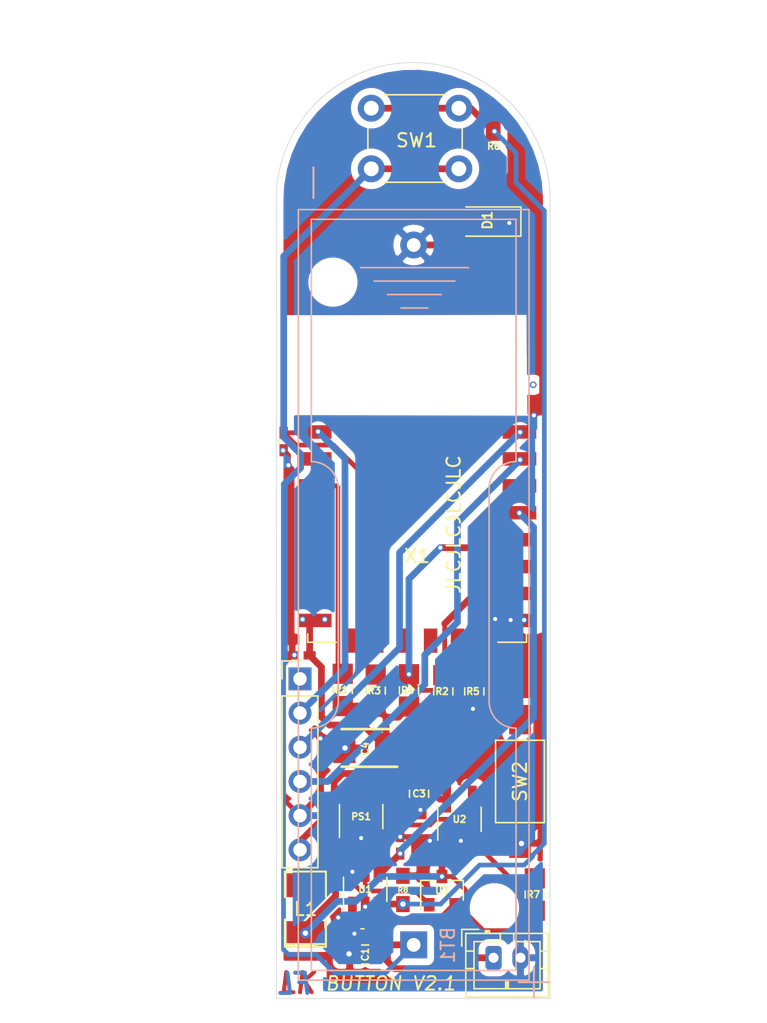
<source format=kicad_pcb>
(kicad_pcb (version 20171130) (host pcbnew "(5.1.9)-1")

  (general
    (thickness 1.6)
    (drawings 11)
    (tracks 235)
    (zones 0)
    (modules 27)
    (nets 18)
  )

  (page A4)
  (layers
    (0 F.Cu signal)
    (31 B.Cu signal)
    (32 B.Adhes user)
    (33 F.Adhes user)
    (34 B.Paste user hide)
    (35 F.Paste user)
    (36 B.SilkS user)
    (37 F.SilkS user)
    (38 B.Mask user hide)
    (39 F.Mask user)
    (40 Dwgs.User user)
    (41 Cmts.User user)
    (42 Eco1.User user)
    (43 Eco2.User user)
    (44 Edge.Cuts user)
    (45 Margin user)
    (46 B.CrtYd user hide)
    (47 F.CrtYd user)
    (48 B.Fab user hide)
    (49 F.Fab user)
  )

  (setup
    (last_trace_width 0.5)
    (user_trace_width 0.35)
    (user_trace_width 0.5)
    (trace_clearance 0.2)
    (zone_clearance 0.508)
    (zone_45_only no)
    (trace_min 0.2)
    (via_size 0.8)
    (via_drill 0.4)
    (via_min_size 0.4)
    (via_min_drill 0.3)
    (user_via 0.5 0.3)
    (uvia_size 0.3)
    (uvia_drill 0.1)
    (uvias_allowed no)
    (uvia_min_size 0.2)
    (uvia_min_drill 0.1)
    (edge_width 0.05)
    (segment_width 0.2)
    (pcb_text_width 0.3)
    (pcb_text_size 1.5 1.5)
    (mod_edge_width 0.12)
    (mod_text_size 1 1)
    (mod_text_width 0.15)
    (pad_size 1.524 1.524)
    (pad_drill 0.762)
    (pad_to_mask_clearance 0.051)
    (solder_mask_min_width 0.25)
    (aux_axis_origin 0 0)
    (visible_elements 7FFFFFFF)
    (pcbplotparams
      (layerselection 0x010fc_ffffffff)
      (usegerberextensions false)
      (usegerberattributes false)
      (usegerberadvancedattributes false)
      (creategerberjobfile false)
      (excludeedgelayer true)
      (linewidth 0.100000)
      (plotframeref false)
      (viasonmask false)
      (mode 1)
      (useauxorigin false)
      (hpglpennumber 1)
      (hpglpenspeed 20)
      (hpglpendiameter 15.000000)
      (psnegative false)
      (psa4output false)
      (plotreference true)
      (plotvalue true)
      (plotinvisibletext false)
      (padsonsilk false)
      (subtractmaskfromsilk false)
      (outputformat 1)
      (mirror false)
      (drillshape 0)
      (scaleselection 1)
      (outputdirectory ""))
  )

  (net 0 "")
  (net 1 /VCC)
  (net 2 /GND)
  (net 3 /RST)
  (net 4 /RX)
  (net 5 /TX)
  (net 6 /EN)
  (net 7 /GPIO2)
  (net 8 /GPIO0)
  (net 9 "Net-(BT1-Pad1)")
  (net 10 "Net-(L1-Pad2)")
  (net 11 /GPIO15)
  (net 12 "Net-(PS1-Pad3)")
  (net 13 /GPIO4)
  (net 14 "Net-(D1-Pad2)")
  (net 15 "Net-(L1-Pad1)")
  (net 16 "Net-(R6-Pad1)")
  (net 17 "Net-(U1-Pad5)")

  (net_class Default "This is the default net class."
    (clearance 0.2)
    (trace_width 0.25)
    (via_dia 0.8)
    (via_drill 0.4)
    (uvia_dia 0.3)
    (uvia_drill 0.1)
    (add_net /EN)
    (add_net /GND)
    (add_net /GPIO0)
    (add_net /GPIO15)
    (add_net /GPIO2)
    (add_net /GPIO4)
    (add_net /RST)
    (add_net /RX)
    (add_net /TX)
    (add_net /VCC)
    (add_net "Net-(BT1-Pad1)")
    (add_net "Net-(D1-Pad2)")
    (add_net "Net-(L1-Pad1)")
    (add_net "Net-(L1-Pad2)")
    (add_net "Net-(PS1-Pad3)")
    (add_net "Net-(R6-Pad1)")
    (add_net "Net-(U1-Pad5)")
  )

  (module handsolder:SOT-23-5_HandSolderingmod (layer F.Cu) (tedit 6035922E) (tstamp 603AE106)
    (at 123.1 100 90)
    (descr "5-pin SOT23 package")
    (tags "SOT-23-5 hand-soldering")
    (path /603AF677)
    (attr smd)
    (fp_text reference PS1 (at 0 0) (layer F.SilkS)
      (effects (font (size 0.5 0.5) (thickness 0.125)))
    )
    (fp_text value TPS61097A-33DBVR (at 10.287 1.143 90) (layer F.SilkS) hide
      (effects (font (size 1 1) (thickness 0.15)))
    )
    (fp_text user %R (at 0 0 180) (layer F.Fab)
      (effects (font (size 0.5 0.5) (thickness 0.075)))
    )
    (fp_line (start 2.38 1.8) (end -2.38 1.8) (layer F.CrtYd) (width 0.05))
    (fp_line (start 2.38 1.8) (end 2.38 -1.8) (layer F.CrtYd) (width 0.05))
    (fp_line (start -2.38 -1.8) (end -2.38 1.8) (layer F.CrtYd) (width 0.05))
    (fp_line (start -2.38 -1.8) (end 2.38 -1.8) (layer F.CrtYd) (width 0.05))
    (fp_line (start 0.9 -1.55) (end 0.9 1.55) (layer F.Fab) (width 0.1))
    (fp_line (start 0.9 1.55) (end -0.9 1.55) (layer F.Fab) (width 0.1))
    (fp_line (start -0.9 -0.9) (end -0.9 1.55) (layer F.Fab) (width 0.1))
    (fp_line (start 0.9 -1.55) (end -0.25 -1.55) (layer F.Fab) (width 0.1))
    (fp_line (start -0.9 -0.9) (end -0.25 -1.55) (layer F.Fab) (width 0.1))
    (fp_line (start 0.9 -1.61) (end -1.55 -1.61) (layer F.SilkS) (width 0.12))
    (fp_line (start -0.9 1.61) (end 0.9 1.61) (layer F.SilkS) (width 0.12))
    (pad 5 smd rect (at 1.5 -0.95 90) (size 2 0.65) (layers F.Cu F.Paste F.Mask)
      (net 10 "Net-(L1-Pad2)"))
    (pad 4 smd rect (at 1.5 0.95 90) (size 2 0.65) (layers F.Cu F.Paste F.Mask)
      (net 1 /VCC))
    (pad 3 smd rect (at -1.55 0.95 90) (size 2 0.65) (layers F.Cu F.Paste F.Mask)
      (net 12 "Net-(PS1-Pad3)"))
    (pad 2 smd trapezoid (at -1.55 0 90) (size 2 0.65) (layers F.Cu F.Paste F.Mask)
      (net 2 /GND))
    (pad 1 smd rect (at -1.55 -0.95 90) (size 2 0.65) (layers F.Cu F.Paste F.Mask)
      (net 15 "Net-(L1-Pad1)"))
    (model ${KISYS3DMOD}/Package_TO_SOT_SMD.3dshapes/SOT-23-5.wrl
      (at (xyz 0 0 0))
      (scale (xyz 1 1 1))
      (rotate (xyz 0 0 0))
    )
  )

  (module SamacSys_Parts:CAPPM3528X210N (layer F.Cu) (tedit 60364A5B) (tstamp 603AE068)
    (at 123.4 94.9 180)
    (descr T495B-10)
    (tags "Capacitor Polarised")
    (path /603CE4B0)
    (attr smd)
    (fp_text reference C4 (at 0 -0.05 270) (layer F.SilkS)
      (effects (font (size 0.5 0.5) (thickness 0.125)))
    )
    (fp_text value 100uF (at 0 0 180) (layer F.SilkS) hide
      (effects (font (size 1.27 1.27) (thickness 0.254)))
    )
    (fp_text user %R (at 0 0 180) (layer F.Fab)
      (effects (font (size 1.27 1.27) (thickness 0.254)))
    )
    (fp_line (start -1.75 1.4) (end 1.75 1.4) (layer F.SilkS) (width 0.2))
    (fp_line (start 1.75 -1.4) (end -2.375 -1.4) (layer F.SilkS) (width 0.2))
    (fp_line (start -1.75 -0.575) (end -0.925 -1.4) (layer F.Fab) (width 0.1))
    (fp_line (start -1.75 1.4) (end -1.75 -1.4) (layer F.Fab) (width 0.1))
    (fp_line (start 1.75 1.4) (end -1.75 1.4) (layer F.Fab) (width 0.1))
    (fp_line (start 1.75 -1.4) (end 1.75 1.4) (layer F.Fab) (width 0.1))
    (fp_line (start -1.75 -1.4) (end 1.75 -1.4) (layer F.Fab) (width 0.1))
    (fp_line (start -2.625 1.75) (end -2.625 -1.75) (layer F.CrtYd) (width 0.05))
    (fp_line (start 2.625 1.75) (end -2.625 1.75) (layer F.CrtYd) (width 0.05))
    (fp_line (start 2.625 -1.75) (end 2.625 1.75) (layer F.CrtYd) (width 0.05))
    (fp_line (start -2.625 -1.75) (end 2.625 -1.75) (layer F.CrtYd) (width 0.05))
    (pad 2 smd rect (at 1.55 0 180) (size 1.65 2.25) (layers F.Cu F.Paste F.Mask)
      (net 2 /GND))
    (pad 1 smd rect (at -1.55 0 180) (size 1.65 2.25) (layers F.Cu F.Paste F.Mask)
      (net 1 /VCC))
    (model "C:\\Program Files\\KiCad\\SamacSys_Parts.3dshapes\\T495B476K006ATE450.stp"
      (at (xyz 0 0 0))
      (scale (xyz 1 1 1))
      (rotate (xyz 0 0 0))
    )
  )

  (module handsolder:R_0603_1608Metric_Pad0.98x0.95mm_HandSolder_mod (layer F.Cu) (tedit 603590E8) (tstamp 603D3478)
    (at 126.2 105.45 90)
    (descr "Resistor SMD 0603 (1608 Metric), square (rectangular) end terminal, IPC_7351 nominal with elongated pad for handsoldering. (Body size source: IPC-SM-782 page 72, https://www.pcb-3d.com/wordpress/wp-content/uploads/ipc-sm-782a_amendment_1_and_2.pdf), generated with kicad-footprint-generator")
    (tags "resistor handsolder")
    (path /603D6045)
    (attr smd)
    (fp_text reference R8 (at 0 0 180) (layer F.SilkS)
      (effects (font (size 0.4 0.4) (thickness 0.1)))
    )
    (fp_text value 10k (at 0 1.43 90) (layer F.Fab)
      (effects (font (size 1 1) (thickness 0.15)))
    )
    (fp_text user %R (at 0 0 90) (layer F.Fab)
      (effects (font (size 0.4 0.4) (thickness 0.06)))
    )
    (fp_line (start 1.65 0.73) (end -1.65 0.73) (layer F.CrtYd) (width 0.05))
    (fp_line (start 1.65 -0.73) (end 1.65 0.73) (layer F.CrtYd) (width 0.05))
    (fp_line (start -1.65 -0.73) (end 1.65 -0.73) (layer F.CrtYd) (width 0.05))
    (fp_line (start -1.65 0.73) (end -1.65 -0.73) (layer F.CrtYd) (width 0.05))
    (fp_line (start 0.8 0.4125) (end -0.8 0.4125) (layer F.Fab) (width 0.1))
    (fp_line (start 0.8 -0.4125) (end 0.8 0.4125) (layer F.Fab) (width 0.1))
    (fp_line (start -0.8 -0.4125) (end 0.8 -0.4125) (layer F.Fab) (width 0.1))
    (fp_line (start -0.8 0.4125) (end -0.8 -0.4125) (layer F.Fab) (width 0.1))
    (pad 2 smd rect (at 1.05 0 90) (size 1.2 1) (layers F.Cu F.Paste F.Mask)
      (net 2 /GND))
    (pad 1 smd rect (at -1.05 0 90) (size 1.2 1) (layers F.Cu F.Paste F.Mask)
      (net 16 "Net-(R6-Pad1)"))
    (model ${KISYS3DMOD}/Resistor_SMD.3dshapes/R_0603_1608Metric.wrl
      (at (xyz 0 0 0))
      (scale (xyz 1 1 1))
      (rotate (xyz 0 0 0))
    )
  )

  (module handsolder:SOT-23 (layer F.Cu) (tedit 6035930F) (tstamp 603D2C93)
    (at 129.1 105.5 90)
    (descr "SOT-23, Standard")
    (tags SOT-23)
    (path /603E46C7)
    (attr smd)
    (fp_text reference U3 (at 0 0) (layer F.SilkS)
      (effects (font (size 0.5 0.5) (thickness 0.125)))
    )
    (fp_text value TSM2323CX (at 0 2.5 90) (layer F.Fab)
      (effects (font (size 1 1) (thickness 0.15)))
    )
    (fp_text user %R (at 0 0) (layer F.Fab)
      (effects (font (size 0.5 0.5) (thickness 0.075)))
    )
    (fp_line (start 0.76 1.58) (end -0.7 1.58) (layer F.SilkS) (width 0.12))
    (fp_line (start 0.76 -1.58) (end -1.4 -1.58) (layer F.SilkS) (width 0.12))
    (fp_line (start -1.7 1.75) (end -1.7 -1.75) (layer F.CrtYd) (width 0.05))
    (fp_line (start 1.7 1.75) (end -1.7 1.75) (layer F.CrtYd) (width 0.05))
    (fp_line (start 1.7 -1.75) (end 1.7 1.75) (layer F.CrtYd) (width 0.05))
    (fp_line (start -1.7 -1.75) (end 1.7 -1.75) (layer F.CrtYd) (width 0.05))
    (fp_line (start 0.76 -1.58) (end 0.76 -0.65) (layer F.SilkS) (width 0.12))
    (fp_line (start 0.76 1.58) (end 0.76 0.65) (layer F.SilkS) (width 0.12))
    (fp_line (start -0.7 1.52) (end 0.7 1.52) (layer F.Fab) (width 0.1))
    (fp_line (start 0.7 -1.52) (end 0.7 1.52) (layer F.Fab) (width 0.1))
    (fp_line (start -0.7 -0.95) (end -0.15 -1.52) (layer F.Fab) (width 0.1))
    (fp_line (start -0.15 -1.52) (end 0.7 -1.52) (layer F.Fab) (width 0.1))
    (fp_line (start -0.7 -0.95) (end -0.7 1.5) (layer F.Fab) (width 0.1))
    (pad 3 smd rect (at 1.05 0 90) (size 1 0.8) (layers F.Cu F.Paste F.Mask)
      (net 15 "Net-(L1-Pad1)"))
    (pad 2 smd rect (at -1.05 0.95 90) (size 1 0.8) (layers F.Cu F.Paste F.Mask)
      (net 9 "Net-(BT1-Pad1)"))
    (pad 1 smd rect (at -1.05 -0.95 90) (size 1 0.8) (layers F.Cu F.Paste F.Mask)
      (net 17 "Net-(U1-Pad5)"))
    (model ${KISYS3DMOD}/Package_TO_SOT_SMD.3dshapes/SOT-23.wrl
      (at (xyz 0 0 0))
      (scale (xyz 1 1 1))
      (rotate (xyz 0 0 0))
    )
  )

  (module handsolder:SOT-23-6handsoldering (layer F.Cu) (tedit 603591F5) (tstamp 603D2C56)
    (at 123.4 105.4 90)
    (descr "6-pin SOT-23 package")
    (tags SOT-23-6)
    (path /603D1EAB)
    (attr smd)
    (fp_text reference U1 (at 0 0) (layer F.SilkS)
      (effects (font (size 0.5 0.5) (thickness 0.125)))
    )
    (fp_text value TPL5110 (at 0 2.9 270) (layer F.Fab)
      (effects (font (size 1 1) (thickness 0.15)))
    )
    (fp_text user %R (at 0 0 180) (layer F.Fab)
      (effects (font (size 0.5 0.5) (thickness 0.075)))
    )
    (fp_line (start 0.9 -1.55) (end 0.9 1.55) (layer F.Fab) (width 0.1))
    (fp_line (start 0.9 1.55) (end -0.9 1.55) (layer F.Fab) (width 0.1))
    (fp_line (start -0.9 -0.9) (end -0.9 1.55) (layer F.Fab) (width 0.1))
    (fp_line (start 0.9 -1.55) (end -0.25 -1.55) (layer F.Fab) (width 0.1))
    (fp_line (start -0.9 -0.9) (end -0.25 -1.55) (layer F.Fab) (width 0.1))
    (fp_line (start -1.9 -1.8) (end -1.9 1.8) (layer F.CrtYd) (width 0.05))
    (fp_line (start -1.9 1.8) (end 1.9 1.8) (layer F.CrtYd) (width 0.05))
    (fp_line (start 1.9 1.8) (end 1.9 -1.8) (layer F.CrtYd) (width 0.05))
    (fp_line (start 1.9 -1.8) (end -1.9 -1.8) (layer F.CrtYd) (width 0.05))
    (fp_line (start 0.9 -1.61) (end -1.55 -1.61) (layer F.SilkS) (width 0.12))
    (fp_line (start -0.9 1.61) (end 0.9 1.61) (layer F.SilkS) (width 0.12))
    (pad 5 smd rect (at 1.3 0 90) (size 1.5 0.65) (layers F.Cu F.Paste F.Mask)
      (net 17 "Net-(U1-Pad5)"))
    (pad 6 smd rect (at 1.3 -0.95 90) (size 1.5 0.65) (layers F.Cu F.Paste F.Mask)
      (net 2 /GND))
    (pad 4 smd rect (at 1.3 0.95 90) (size 1.5 0.65) (layers F.Cu F.Paste F.Mask)
      (net 13 /GPIO4))
    (pad 3 smd rect (at -1.3 0.95 90) (size 1.5 0.65) (layers F.Cu F.Paste F.Mask)
      (net 16 "Net-(R6-Pad1)"))
    (pad 2 smd rect (at -1.3 0 90) (size 1.5 0.65) (layers F.Cu F.Paste F.Mask)
      (net 2 /GND))
    (pad 1 smd rect (at -1.3 -0.95 90) (size 1.5 0.65) (layers F.Cu F.Paste F.Mask)
      (net 9 "Net-(BT1-Pad1)"))
    (model ${KISYS3DMOD}/Package_TO_SOT_SMD.3dshapes/SOT-23-6.wrl
      (at (xyz 0 0 0))
      (scale (xyz 1 1 1))
      (rotate (xyz 0 0 0))
    )
  )

  (module handsolder:C_0805_2012handsodermodmod (layer F.Cu) (tedit 60359167) (tstamp 603D2BB0)
    (at 132.9 50.2 270)
    (descr "Capacitor SMD 0805 (2012 Metric), square (rectangular) end terminal, IPC_7351 nominal with elongated pad for handsoldering. (Body size source: https://docs.google.com/spreadsheets/d/1BsfQQcO9C6DZCsRaXUlFlo91Tg2WpOkGARC1WS5S8t0/edit?usp=sharing), generated with kicad-footprint-generator")
    (tags "capacitor handsolder")
    (path /603D731C)
    (attr smd)
    (fp_text reference R6 (at 0 -0.05 180) (layer F.SilkS)
      (effects (font (size 0.5 0.5) (thickness 0.125)))
    )
    (fp_text value 1k (at 0 1.65 90) (layer F.Fab) hide
      (effects (font (size 1 1) (thickness 0.15)))
    )
    (fp_text user %R (at 0 0 90) (layer F.Fab)
      (effects (font (size 0.5 0.5) (thickness 0.08)))
    )
    (fp_line (start 2.05 0.95) (end -2 0.95) (layer F.CrtYd) (width 0.05))
    (fp_line (start 2.05 -0.95) (end 2.05 0.95) (layer F.CrtYd) (width 0.05))
    (fp_line (start -2 -0.95) (end 2.05 -0.95) (layer F.CrtYd) (width 0.05))
    (fp_line (start -2 0.95) (end -2 -0.95) (layer F.CrtYd) (width 0.05))
    (fp_line (start 1 0.6) (end -1 0.6) (layer F.Fab) (width 0.1))
    (fp_line (start 1 -0.6) (end 1 0.6) (layer F.Fab) (width 0.1))
    (fp_line (start -1 -0.6) (end 1 -0.6) (layer F.Fab) (width 0.1))
    (fp_line (start -1 0.6) (end -1 -0.6) (layer F.Fab) (width 0.1))
    (pad 2 smd rect (at 1.15 0 270) (size 1.5 1.1) (layers F.Cu F.Paste F.Mask)
      (net 14 "Net-(D1-Pad2)"))
    (pad 1 smd rect (at -1.15 0 270) (size 1.5 1.1) (layers F.Cu F.Paste F.Mask)
      (net 16 "Net-(R6-Pad1)"))
    (model ${KISYS3DMOD}/Capacitor_SMD.3dshapes/C_0805_2012Metric.wrl
      (at (xyz 0 0 0))
      (scale (xyz 1 1 1))
      (rotate (xyz 0 0 0))
    )
  )

  (module handsolder:C_0402_1005Metric_Pad0.74x0.62mm_HandSoldermod (layer F.Cu) (tedit 6036714F) (tstamp 603D2A7C)
    (at 126 102.1 90)
    (descr "Capacitor SMD 0402 (1005 Metric), square (rectangular) end terminal, IPC_7351 nominal with elongated pad for handsoldering. (Body size source: IPC-SM-782 page 76, https://www.pcb-3d.com/wordpress/wp-content/uploads/ipc-sm-782a_amendment_1_and_2.pdf), generated with kicad-footprint-generator")
    (tags "capacitor handsolder")
    (path /603E163B)
    (attr smd)
    (fp_text reference C7 (at 0 0 90) (layer F.SilkS) hide
      (effects (font (size 0.5 0.5) (thickness 0.125)))
    )
    (fp_text value 100nF (at 0 1.16 90) (layer F.Fab)
      (effects (font (size 1 1) (thickness 0.15)))
    )
    (fp_text user %R (at 0 0 90) (layer F.Fab)
      (effects (font (size 0.25 0.25) (thickness 0.04)))
    )
    (fp_line (start 1.08 0.46) (end -1.08 0.46) (layer F.CrtYd) (width 0.05))
    (fp_line (start 1.08 -0.46) (end 1.08 0.46) (layer F.CrtYd) (width 0.05))
    (fp_line (start -1.08 -0.46) (end 1.08 -0.46) (layer F.CrtYd) (width 0.05))
    (fp_line (start -1.08 0.46) (end -1.08 -0.46) (layer F.CrtYd) (width 0.05))
    (fp_line (start -0.115835 -0.36) (end 0.115835 -0.36) (layer F.SilkS) (width 0.12))
    (fp_line (start 0.5 0.25) (end -0.5 0.25) (layer F.Fab) (width 0.1))
    (fp_line (start 0.5 -0.25) (end 0.5 0.25) (layer F.Fab) (width 0.1))
    (fp_line (start -0.5 -0.25) (end 0.5 -0.25) (layer F.Fab) (width 0.1))
    (fp_line (start -0.5 0.25) (end -0.5 -0.25) (layer F.Fab) (width 0.1))
    (pad 2 smd rect (at 0.65 0 90) (size 0.9 0.62) (layers F.Cu F.Paste F.Mask)
      (net 2 /GND))
    (pad 1 smd rect (at -0.65 0 90) (size 0.9 0.62) (layers F.Cu F.Paste F.Mask)
      (net 13 /GPIO4))
    (model ${KISYS3DMOD}/Capacitor_SMD.3dshapes/C_0402_1005Metric.wrl
      (at (xyz 0 0 0))
      (scale (xyz 1 1 1))
      (rotate (xyz 0 0 0))
    )
  )

  (module handsolder:C_0402_1005Metric_Pad0.74x0.62mm_HandSoldermod (layer F.Cu) (tedit 6036714F) (tstamp 603D2A6C)
    (at 123.2 108.7)
    (descr "Capacitor SMD 0402 (1005 Metric), square (rectangular) end terminal, IPC_7351 nominal with elongated pad for handsoldering. (Body size source: IPC-SM-782 page 76, https://www.pcb-3d.com/wordpress/wp-content/uploads/ipc-sm-782a_amendment_1_and_2.pdf), generated with kicad-footprint-generator")
    (tags "capacitor handsolder")
    (path /603D30CF)
    (attr smd)
    (fp_text reference C6 (at 0 0) (layer F.SilkS) hide
      (effects (font (size 0.5 0.5) (thickness 0.125)))
    )
    (fp_text value 100nF (at 0 1.16) (layer F.Fab)
      (effects (font (size 1 1) (thickness 0.15)))
    )
    (fp_text user %R (at 0 0) (layer F.Fab)
      (effects (font (size 0.25 0.25) (thickness 0.04)))
    )
    (fp_line (start 1.08 0.46) (end -1.08 0.46) (layer F.CrtYd) (width 0.05))
    (fp_line (start 1.08 -0.46) (end 1.08 0.46) (layer F.CrtYd) (width 0.05))
    (fp_line (start -1.08 -0.46) (end 1.08 -0.46) (layer F.CrtYd) (width 0.05))
    (fp_line (start -1.08 0.46) (end -1.08 -0.46) (layer F.CrtYd) (width 0.05))
    (fp_line (start -0.115835 -0.36) (end 0.115835 -0.36) (layer F.SilkS) (width 0.12))
    (fp_line (start 0.5 0.25) (end -0.5 0.25) (layer F.Fab) (width 0.1))
    (fp_line (start 0.5 -0.25) (end 0.5 0.25) (layer F.Fab) (width 0.1))
    (fp_line (start -0.5 -0.25) (end 0.5 -0.25) (layer F.Fab) (width 0.1))
    (fp_line (start -0.5 0.25) (end -0.5 -0.25) (layer F.Fab) (width 0.1))
    (pad 2 smd rect (at 0.65 0) (size 0.9 0.62) (layers F.Cu F.Paste F.Mask)
      (net 9 "Net-(BT1-Pad1)"))
    (pad 1 smd rect (at -0.65 0) (size 0.9 0.62) (layers F.Cu F.Paste F.Mask)
      (net 2 /GND))
    (model ${KISYS3DMOD}/Capacitor_SMD.3dshapes/C_0402_1005Metric.wrl
      (at (xyz 0 0 0))
      (scale (xyz 1 1 1))
      (rotate (xyz 0 0 0))
    )
  )

  (module handsolder:SMD-1210_Pol_inductor (layer F.Cu) (tedit 6037CDBB) (tstamp 602DB575)
    (at 118.96 106.88 90)
    (tags "CMS SM")
    (path /602E234D)
    (attr smd)
    (fp_text reference L1 (at 0.015 0.015) (layer F.SilkS)
      (effects (font (size 1 1) (thickness 0.15)))
    )
    (fp_text value "4.7 uH" (at 0 0.762 90) (layer F.Fab)
      (effects (font (size 1 1) (thickness 0.15)))
    )
    (fp_line (start -2.794 -1.524) (end -2.794 1.524) (layer F.SilkS) (width 0.15))
    (fp_line (start 0.889 1.524) (end 2.794 1.524) (layer F.SilkS) (width 0.15))
    (fp_line (start 2.794 1.524) (end 2.794 -1.524) (layer F.SilkS) (width 0.15))
    (fp_line (start 2.794 -1.524) (end 0.889 -1.524) (layer F.SilkS) (width 0.15))
    (fp_line (start -0.762 -1.524) (end -2.794 -1.524) (layer F.SilkS) (width 0.15))
    (fp_line (start -2.594 -1.524) (end -2.594 1.524) (layer F.SilkS) (width 0.15))
    (fp_line (start -2.794 1.524) (end -0.762 1.524) (layer F.SilkS) (width 0.15))
    (pad 1 smd rect (at -1.778 0 90) (size 1.778 2.794) (layers F.Cu F.Paste F.Mask)
      (net 15 "Net-(L1-Pad1)") (zone_connect 2))
    (pad 2 smd rect (at 1.778 0 90) (size 1.778 2.794) (layers F.Cu F.Paste F.Mask)
      (net 10 "Net-(L1-Pad2)"))
    (model SMD_Packages.3dshapes/SMD-1210_Pol.wrl
      (at (xyz 0 0 0))
      (scale (xyz 0.2 0.2 0.2))
      (rotate (xyz 0 0 0))
    )
    (model ${KISYS3DMOD}/Inductor_SMD.3dshapes/L_1206_3216Metric.step
      (at (xyz 0 0 0))
      (scale (xyz 1 1 1))
      (rotate (xyz 0 0 0))
    )
    (model ${KISYS3DMOD}/Inductor_SMD.3dshapes/L_1210_3225Metric.step
      (at (xyz 0 0 0))
      (scale (xyz 1 1 1))
      (rotate (xyz 0 0 0))
    )
  )

  (module LED_SMD:LED_1206_3216Metric_Castellated (layer F.Cu) (tedit 603A8330) (tstamp 602DB54A)
    (at 132.475 55.8 180)
    (descr "LED SMD 1206 (3216 Metric), castellated end terminal, IPC_7351 nominal, (Body size source: http://www.tortai-tech.com/upload/download/2011102023233369053.pdf), generated with kicad-footprint-generator")
    (tags "LED castellated")
    (path /602D28D1)
    (attr smd)
    (fp_text reference D1 (at 0 0.1 90) (layer F.SilkS)
      (effects (font (size 0.7 0.7) (thickness 0.15)))
    )
    (fp_text value LED (at 0 1.78) (layer F.Fab)
      (effects (font (size 1 1) (thickness 0.15)))
    )
    (fp_line (start 2.48 1.08) (end -2.48 1.08) (layer F.CrtYd) (width 0.05))
    (fp_line (start 2.48 -1.08) (end 2.48 1.08) (layer F.CrtYd) (width 0.05))
    (fp_line (start -2.48 -1.08) (end 2.48 -1.08) (layer F.CrtYd) (width 0.05))
    (fp_line (start -2.48 1.08) (end -2.48 -1.08) (layer F.CrtYd) (width 0.05))
    (fp_line (start -2.485 1.085) (end 1.6 1.085) (layer F.SilkS) (width 0.12))
    (fp_line (start -2.485 -1.085) (end -2.485 1.085) (layer F.SilkS) (width 0.12))
    (fp_line (start 1.6 -1.085) (end -2.485 -1.085) (layer F.SilkS) (width 0.12))
    (fp_line (start 1.6 0.8) (end 1.6 -0.8) (layer F.Fab) (width 0.1))
    (fp_line (start -1.6 0.8) (end 1.6 0.8) (layer F.Fab) (width 0.1))
    (fp_line (start -1.6 -0.4) (end -1.6 0.8) (layer F.Fab) (width 0.1))
    (fp_line (start -1.2 -0.8) (end -1.6 -0.4) (layer F.Fab) (width 0.1))
    (fp_line (start 1.6 -0.8) (end -1.2 -0.8) (layer F.Fab) (width 0.1))
    (fp_text user %R (at 0 0) (layer F.Fab)
      (effects (font (size 0.8 0.8) (thickness 0.12)))
    )
    (pad 2 smd roundrect (at 1.425 0 180) (size 1.6 1.65) (layers F.Cu F.Paste F.Mask) (roundrect_rratio 0.15625)
      (net 14 "Net-(D1-Pad2)"))
    (pad 1 smd roundrect (at -1.425 0 180) (size 1.6 1.65) (layers F.Cu F.Paste F.Mask) (roundrect_rratio 0.15625)
      (net 2 /GND))
    (model ${KISYS3DMOD}/LED_SMD.3dshapes/LED_1206_3216Metric_Castellated.wrl
      (at (xyz 0 0 0))
      (scale (xyz 1 1 1))
      (rotate (xyz 0 0 0))
    )
  )

  (module handsolder:SOT-23-5_HandSolderingmod (layer F.Cu) (tedit 6035922E) (tstamp 602E9ADE)
    (at 130.4 100.2 90)
    (descr "5-pin SOT23 package")
    (tags "SOT-23-5 hand-soldering")
    (path /602F5FBE)
    (attr smd)
    (fp_text reference U2 (at 0 0) (layer F.SilkS)
      (effects (font (size 0.5 0.5) (thickness 0.125)))
    )
    (fp_text value AP2112K-3.3 (at 10.287 1.143 90) (layer F.SilkS) hide
      (effects (font (size 1 1) (thickness 0.15)))
    )
    (fp_line (start -0.9 1.61) (end 0.9 1.61) (layer F.SilkS) (width 0.12))
    (fp_line (start 0.9 -1.61) (end -1.55 -1.61) (layer F.SilkS) (width 0.12))
    (fp_line (start -0.9 -0.9) (end -0.25 -1.55) (layer F.Fab) (width 0.1))
    (fp_line (start 0.9 -1.55) (end -0.25 -1.55) (layer F.Fab) (width 0.1))
    (fp_line (start -0.9 -0.9) (end -0.9 1.55) (layer F.Fab) (width 0.1))
    (fp_line (start 0.9 1.55) (end -0.9 1.55) (layer F.Fab) (width 0.1))
    (fp_line (start 0.9 -1.55) (end 0.9 1.55) (layer F.Fab) (width 0.1))
    (fp_line (start -2.38 -1.8) (end 2.38 -1.8) (layer F.CrtYd) (width 0.05))
    (fp_line (start -2.38 -1.8) (end -2.38 1.8) (layer F.CrtYd) (width 0.05))
    (fp_line (start 2.38 1.8) (end 2.38 -1.8) (layer F.CrtYd) (width 0.05))
    (fp_line (start 2.38 1.8) (end -2.38 1.8) (layer F.CrtYd) (width 0.05))
    (fp_text user %R (at 0 0 180) (layer F.Fab)
      (effects (font (size 0.5 0.5) (thickness 0.075)))
    )
    (pad 5 smd rect (at 1.5 -0.95 90) (size 2 0.65) (layers F.Cu F.Paste F.Mask)
      (net 1 /VCC))
    (pad 4 smd rect (at 1.5 0.95 90) (size 2 0.65) (layers F.Cu F.Paste F.Mask))
    (pad 3 smd rect (at -1.55 0.95 90) (size 2 0.65) (layers F.Cu F.Paste F.Mask)
      (net 12 "Net-(PS1-Pad3)"))
    (pad 2 smd trapezoid (at -1.55 0 90) (size 2 0.65) (layers F.Cu F.Paste F.Mask)
      (net 2 /GND))
    (pad 1 smd rect (at -1.55 -0.95 90) (size 2 0.65) (layers F.Cu F.Paste F.Mask)
      (net 15 "Net-(L1-Pad1)"))
    (model ${KISYS3DMOD}/Package_TO_SOT_SMD.3dshapes/SOT-23-5.wrl
      (at (xyz 0 0 0))
      (scale (xyz 1 1 1))
      (rotate (xyz 0 0 0))
    )
  )

  (module handsolder:C_0805_2012handsodermod (layer F.Cu) (tedit 603591CC) (tstamp 602DB538)
    (at 127.4 98.3 270)
    (descr "Capacitor SMD 0805 (2012 Metric), square (rectangular) end terminal, IPC_7351 nominal with elongated pad for handsoldering. (Body size source: https://docs.google.com/spreadsheets/d/1BsfQQcO9C6DZCsRaXUlFlo91Tg2WpOkGARC1WS5S8t0/edit?usp=sharing), generated with kicad-footprint-generator")
    (tags "capacitor handsolder")
    (path /602E3D4A)
    (attr smd)
    (fp_text reference C3 (at 0 0 180) (layer F.SilkS)
      (effects (font (size 0.5 0.5) (thickness 0.125)))
    )
    (fp_text value 10uF (at 0 1.65 90) (layer F.Fab) hide
      (effects (font (size 1 1) (thickness 0.15)))
    )
    (fp_line (start -1 0.6) (end -1 -0.6) (layer F.Fab) (width 0.1))
    (fp_line (start -1 -0.6) (end 1 -0.6) (layer F.Fab) (width 0.1))
    (fp_line (start 1 -0.6) (end 1 0.6) (layer F.Fab) (width 0.1))
    (fp_line (start 1 0.6) (end -1 0.6) (layer F.Fab) (width 0.1))
    (fp_line (start -0.261252 -0.71) (end 0.261252 -0.71) (layer F.SilkS) (width 0.12))
    (fp_line (start -0.261252 0.71) (end 0.261252 0.71) (layer F.SilkS) (width 0.12))
    (fp_line (start -2 0.95) (end -2 -0.95) (layer F.CrtYd) (width 0.05))
    (fp_line (start -2 -0.95) (end 2.05 -0.95) (layer F.CrtYd) (width 0.05))
    (fp_line (start 2.05 -0.95) (end 2.05 0.95) (layer F.CrtYd) (width 0.05))
    (fp_line (start 2.05 0.95) (end -2 0.95) (layer F.CrtYd) (width 0.05))
    (fp_text user %R (at 0 0 90) (layer F.Fab)
      (effects (font (size 0.5 0.5) (thickness 0.08)))
    )
    (pad 2 smd rect (at 1.15 0 270) (size 1.5 1.1) (layers F.Cu F.Paste F.Mask)
      (net 2 /GND))
    (pad 1 smd rect (at -1.15 0 270) (size 1.5 1.1) (layers F.Cu F.Paste F.Mask)
      (net 1 /VCC))
    (model ${KISYS3DMOD}/Capacitor_SMD.3dshapes/C_0805_2012Metric.wrl
      (at (xyz 0 0 0))
      (scale (xyz 1 1 1))
      (rotate (xyz 0 0 0))
    )
  )

  (module handsolder:C_0805_2012handsodermod (layer F.Cu) (tedit 603591CC) (tstamp 602DB516)
    (at 123.4 110.25)
    (descr "Capacitor SMD 0805 (2012 Metric), square (rectangular) end terminal, IPC_7351 nominal with elongated pad for handsoldering. (Body size source: https://docs.google.com/spreadsheets/d/1BsfQQcO9C6DZCsRaXUlFlo91Tg2WpOkGARC1WS5S8t0/edit?usp=sharing), generated with kicad-footprint-generator")
    (tags "capacitor handsolder")
    (path /602D0C1F)
    (attr smd)
    (fp_text reference C1 (at 0 0 90) (layer F.SilkS)
      (effects (font (size 0.5 0.5) (thickness 0.125)))
    )
    (fp_text value 10uF (at 0 1.65) (layer F.Fab) hide
      (effects (font (size 1 1) (thickness 0.15)))
    )
    (fp_line (start -1 0.6) (end -1 -0.6) (layer F.Fab) (width 0.1))
    (fp_line (start -1 -0.6) (end 1 -0.6) (layer F.Fab) (width 0.1))
    (fp_line (start 1 -0.6) (end 1 0.6) (layer F.Fab) (width 0.1))
    (fp_line (start 1 0.6) (end -1 0.6) (layer F.Fab) (width 0.1))
    (fp_line (start -0.261252 -0.71) (end 0.261252 -0.71) (layer F.SilkS) (width 0.12))
    (fp_line (start -0.261252 0.71) (end 0.261252 0.71) (layer F.SilkS) (width 0.12))
    (fp_line (start -2 0.95) (end -2 -0.95) (layer F.CrtYd) (width 0.05))
    (fp_line (start -2 -0.95) (end 2.05 -0.95) (layer F.CrtYd) (width 0.05))
    (fp_line (start 2.05 -0.95) (end 2.05 0.95) (layer F.CrtYd) (width 0.05))
    (fp_line (start 2.05 0.95) (end -2 0.95) (layer F.CrtYd) (width 0.05))
    (fp_text user %R (at 0 0) (layer F.Fab)
      (effects (font (size 0.5 0.5) (thickness 0.08)))
    )
    (pad 2 smd rect (at 1.15 0) (size 1.5 1.1) (layers F.Cu F.Paste F.Mask)
      (net 9 "Net-(BT1-Pad1)"))
    (pad 1 smd rect (at -1.15 0) (size 1.5 1.1) (layers F.Cu F.Paste F.Mask)
      (net 2 /GND))
    (model ${KISYS3DMOD}/Capacitor_SMD.3dshapes/C_0805_2012Metric.wrl
      (at (xyz 0 0 0))
      (scale (xyz 1 1 1))
      (rotate (xyz 0 0 0))
    )
  )

  (module handsolder:R_0805_2012handsoldermod (layer F.Cu) (tedit 60358F22) (tstamp 602DB5A8)
    (at 124.18 90.65 90)
    (descr "Resistor SMD 0805 (2012 Metric), square (rectangular) end terminal, IPC_7351 nominal with elongated pad for handsoldering. (Body size source: https://docs.google.com/spreadsheets/d/1BsfQQcO9C6DZCsRaXUlFlo91Tg2WpOkGARC1WS5S8t0/edit?usp=sharing), generated with kicad-footprint-generator")
    (tags "resistor handsolder")
    (path /602C7954)
    (attr smd)
    (fp_text reference R3 (at 0 -0.1) (layer F.SilkS)
      (effects (font (size 0.5 0.5) (thickness 0.125)))
    )
    (fp_text value 10k (at 0 1.65 90) (layer F.Fab) hide
      (effects (font (size 1 1) (thickness 0.15)))
    )
    (fp_line (start -1 0.6) (end -1 -0.6) (layer F.Fab) (width 0.1))
    (fp_line (start -1 -0.6) (end 1 -0.6) (layer F.Fab) (width 0.1))
    (fp_line (start 1 -0.6) (end 1 0.6) (layer F.Fab) (width 0.1))
    (fp_line (start 1 0.6) (end -1 0.6) (layer F.Fab) (width 0.1))
    (fp_line (start -0.261252 -0.71) (end 0.261252 -0.71) (layer F.SilkS) (width 0.12))
    (fp_line (start -0.261252 0.71) (end 0.261252 0.71) (layer F.SilkS) (width 0.12))
    (fp_line (start -2.05 0.95) (end -2.05 -0.95) (layer F.CrtYd) (width 0.05))
    (fp_line (start -2.05 -0.95) (end 2.05 -0.95) (layer F.CrtYd) (width 0.05))
    (fp_line (start 2.05 -0.95) (end 2.05 0.95) (layer F.CrtYd) (width 0.05))
    (fp_line (start 2.05 0.95) (end -2.05 0.95) (layer F.CrtYd) (width 0.05))
    (fp_text user %R (at 0 0 90) (layer F.Fab)
      (effects (font (size 0.5 0.5) (thickness 0.08)))
    )
    (pad 2 smd rect (at 1.2 0 90) (size 1.5 1.5) (layers F.Cu F.Paste F.Mask)
      (net 3 /RST))
    (pad 1 smd rect (at -1.2 0 90) (size 1.5 1.5) (layers F.Cu F.Paste F.Mask)
      (net 1 /VCC))
    (model ${KISYS3DMOD}/Resistor_SMD.3dshapes/R_0805_2012Metric.wrl
      (at (xyz 0 0 0))
      (scale (xyz 1 1 1))
      (rotate (xyz 0 0 0))
    )
  )

  (module handsolder:R_0805_2012handsoldermod (layer F.Cu) (tedit 60358F22) (tstamp 602DB586)
    (at 121.73 90.59 90)
    (descr "Resistor SMD 0805 (2012 Metric), square (rectangular) end terminal, IPC_7351 nominal with elongated pad for handsoldering. (Body size source: https://docs.google.com/spreadsheets/d/1BsfQQcO9C6DZCsRaXUlFlo91Tg2WpOkGARC1WS5S8t0/edit?usp=sharing), generated with kicad-footprint-generator")
    (tags "resistor handsolder")
    (path /602C727C)
    (attr smd)
    (fp_text reference R1 (at 0 -0.1) (layer F.SilkS)
      (effects (font (size 0.5 0.5) (thickness 0.125)))
    )
    (fp_text value 10k (at 0 1.65 90) (layer F.Fab) hide
      (effects (font (size 1 1) (thickness 0.15)))
    )
    (fp_line (start -1 0.6) (end -1 -0.6) (layer F.Fab) (width 0.1))
    (fp_line (start -1 -0.6) (end 1 -0.6) (layer F.Fab) (width 0.1))
    (fp_line (start 1 -0.6) (end 1 0.6) (layer F.Fab) (width 0.1))
    (fp_line (start 1 0.6) (end -1 0.6) (layer F.Fab) (width 0.1))
    (fp_line (start -0.261252 -0.71) (end 0.261252 -0.71) (layer F.SilkS) (width 0.12))
    (fp_line (start -0.261252 0.71) (end 0.261252 0.71) (layer F.SilkS) (width 0.12))
    (fp_line (start -2.05 0.95) (end -2.05 -0.95) (layer F.CrtYd) (width 0.05))
    (fp_line (start -2.05 -0.95) (end 2.05 -0.95) (layer F.CrtYd) (width 0.05))
    (fp_line (start 2.05 -0.95) (end 2.05 0.95) (layer F.CrtYd) (width 0.05))
    (fp_line (start 2.05 0.95) (end -2.05 0.95) (layer F.CrtYd) (width 0.05))
    (fp_text user %R (at 0 0 90) (layer F.Fab)
      (effects (font (size 0.5 0.5) (thickness 0.08)))
    )
    (pad 2 smd rect (at 1.2 0 90) (size 1.5 1.5) (layers F.Cu F.Paste F.Mask)
      (net 6 /EN))
    (pad 1 smd rect (at -1.2 0 90) (size 1.5 1.5) (layers F.Cu F.Paste F.Mask)
      (net 1 /VCC))
    (model ${KISYS3DMOD}/Resistor_SMD.3dshapes/R_0805_2012Metric.wrl
      (at (xyz 0 0 0))
      (scale (xyz 1 1 1))
      (rotate (xyz 0 0 0))
    )
  )

  (module handsolder:R_0805_2012handsoldermod (layer F.Cu) (tedit 60358F22) (tstamp 602E9A2F)
    (at 135.99 105.79 90)
    (descr "Resistor SMD 0805 (2012 Metric), square (rectangular) end terminal, IPC_7351 nominal with elongated pad for handsoldering. (Body size source: https://docs.google.com/spreadsheets/d/1BsfQQcO9C6DZCsRaXUlFlo91Tg2WpOkGARC1WS5S8t0/edit?usp=sharing), generated with kicad-footprint-generator")
    (tags "resistor handsolder")
    (path /602F7A06)
    (attr smd)
    (fp_text reference R7 (at 0 -0.1) (layer F.SilkS)
      (effects (font (size 0.5 0.5) (thickness 0.125)))
    )
    (fp_text value 10k (at 0 1.65 90) (layer F.Fab) hide
      (effects (font (size 1 1) (thickness 0.15)))
    )
    (fp_line (start -1 0.6) (end -1 -0.6) (layer F.Fab) (width 0.1))
    (fp_line (start -1 -0.6) (end 1 -0.6) (layer F.Fab) (width 0.1))
    (fp_line (start 1 -0.6) (end 1 0.6) (layer F.Fab) (width 0.1))
    (fp_line (start 1 0.6) (end -1 0.6) (layer F.Fab) (width 0.1))
    (fp_line (start -0.261252 -0.71) (end 0.261252 -0.71) (layer F.SilkS) (width 0.12))
    (fp_line (start -0.261252 0.71) (end 0.261252 0.71) (layer F.SilkS) (width 0.12))
    (fp_line (start -2.05 0.95) (end -2.05 -0.95) (layer F.CrtYd) (width 0.05))
    (fp_line (start -2.05 -0.95) (end 2.05 -0.95) (layer F.CrtYd) (width 0.05))
    (fp_line (start 2.05 -0.95) (end 2.05 0.95) (layer F.CrtYd) (width 0.05))
    (fp_line (start 2.05 0.95) (end -2.05 0.95) (layer F.CrtYd) (width 0.05))
    (fp_text user %R (at 0 0 90) (layer F.Fab)
      (effects (font (size 0.5 0.5) (thickness 0.08)))
    )
    (pad 2 smd rect (at 1.2 0 90) (size 1.5 1.5) (layers F.Cu F.Paste F.Mask)
      (net 12 "Net-(PS1-Pad3)"))
    (pad 1 smd rect (at -1.2 0 90) (size 1.5 1.5) (layers F.Cu F.Paste F.Mask)
      (net 15 "Net-(L1-Pad1)"))
    (model ${KISYS3DMOD}/Resistor_SMD.3dshapes/R_0805_2012Metric.wrl
      (at (xyz 0 0 0))
      (scale (xyz 1 1 1))
      (rotate (xyz 0 0 0))
    )
  )

  (module handsolder:R_0805_2012handsoldermod (layer F.Cu) (tedit 60358F22) (tstamp 602DB5CA)
    (at 131.5 90.7 90)
    (descr "Resistor SMD 0805 (2012 Metric), square (rectangular) end terminal, IPC_7351 nominal with elongated pad for handsoldering. (Body size source: https://docs.google.com/spreadsheets/d/1BsfQQcO9C6DZCsRaXUlFlo91Tg2WpOkGARC1WS5S8t0/edit?usp=sharing), generated with kicad-footprint-generator")
    (tags "resistor handsolder")
    (path /602CA91E)
    (attr smd)
    (fp_text reference R5 (at 0 -0.1) (layer F.SilkS)
      (effects (font (size 0.5 0.5) (thickness 0.125)))
    )
    (fp_text value 4.7k (at 0 1.65 90) (layer F.Fab) hide
      (effects (font (size 1 1) (thickness 0.15)))
    )
    (fp_line (start -1 0.6) (end -1 -0.6) (layer F.Fab) (width 0.1))
    (fp_line (start -1 -0.6) (end 1 -0.6) (layer F.Fab) (width 0.1))
    (fp_line (start 1 -0.6) (end 1 0.6) (layer F.Fab) (width 0.1))
    (fp_line (start 1 0.6) (end -1 0.6) (layer F.Fab) (width 0.1))
    (fp_line (start -0.261252 -0.71) (end 0.261252 -0.71) (layer F.SilkS) (width 0.12))
    (fp_line (start -0.261252 0.71) (end 0.261252 0.71) (layer F.SilkS) (width 0.12))
    (fp_line (start -2.05 0.95) (end -2.05 -0.95) (layer F.CrtYd) (width 0.05))
    (fp_line (start -2.05 -0.95) (end 2.05 -0.95) (layer F.CrtYd) (width 0.05))
    (fp_line (start 2.05 -0.95) (end 2.05 0.95) (layer F.CrtYd) (width 0.05))
    (fp_line (start 2.05 0.95) (end -2.05 0.95) (layer F.CrtYd) (width 0.05))
    (fp_text user %R (at 0 0 90) (layer F.Fab)
      (effects (font (size 0.5 0.5) (thickness 0.08)))
    )
    (pad 2 smd rect (at 1.2 0 90) (size 1.5 1.5) (layers F.Cu F.Paste F.Mask)
      (net 11 /GPIO15))
    (pad 1 smd rect (at -1.2 0 90) (size 1.5 1.5) (layers F.Cu F.Paste F.Mask)
      (net 2 /GND))
    (model ${KISYS3DMOD}/Resistor_SMD.3dshapes/R_0805_2012Metric.wrl
      (at (xyz 0 0 0))
      (scale (xyz 1 1 1))
      (rotate (xyz 0 0 0))
    )
  )

  (module handsolder:R_0805_2012handsoldermod (layer F.Cu) (tedit 60358F22) (tstamp 602DB5B9)
    (at 126.65 90.625 90)
    (descr "Resistor SMD 0805 (2012 Metric), square (rectangular) end terminal, IPC_7351 nominal with elongated pad for handsoldering. (Body size source: https://docs.google.com/spreadsheets/d/1BsfQQcO9C6DZCsRaXUlFlo91Tg2WpOkGARC1WS5S8t0/edit?usp=sharing), generated with kicad-footprint-generator")
    (tags "resistor handsolder")
    (path /602CA541)
    (attr smd)
    (fp_text reference R4 (at 0 -0.1) (layer F.SilkS)
      (effects (font (size 0.5 0.5) (thickness 0.125)))
    )
    (fp_text value 10k (at 0 1.65 90) (layer F.Fab) hide
      (effects (font (size 1 1) (thickness 0.15)))
    )
    (fp_line (start -1 0.6) (end -1 -0.6) (layer F.Fab) (width 0.1))
    (fp_line (start -1 -0.6) (end 1 -0.6) (layer F.Fab) (width 0.1))
    (fp_line (start 1 -0.6) (end 1 0.6) (layer F.Fab) (width 0.1))
    (fp_line (start 1 0.6) (end -1 0.6) (layer F.Fab) (width 0.1))
    (fp_line (start -0.261252 -0.71) (end 0.261252 -0.71) (layer F.SilkS) (width 0.12))
    (fp_line (start -0.261252 0.71) (end 0.261252 0.71) (layer F.SilkS) (width 0.12))
    (fp_line (start -2.05 0.95) (end -2.05 -0.95) (layer F.CrtYd) (width 0.05))
    (fp_line (start -2.05 -0.95) (end 2.05 -0.95) (layer F.CrtYd) (width 0.05))
    (fp_line (start 2.05 -0.95) (end 2.05 0.95) (layer F.CrtYd) (width 0.05))
    (fp_line (start 2.05 0.95) (end -2.05 0.95) (layer F.CrtYd) (width 0.05))
    (fp_text user %R (at 0 0 90) (layer F.Fab)
      (effects (font (size 0.5 0.5) (thickness 0.08)))
    )
    (pad 2 smd rect (at 1.2 0 90) (size 1.5 1.5) (layers F.Cu F.Paste F.Mask)
      (net 8 /GPIO0))
    (pad 1 smd rect (at -1.2 0 90) (size 1.5 1.5) (layers F.Cu F.Paste F.Mask)
      (net 1 /VCC))
    (model ${KISYS3DMOD}/Resistor_SMD.3dshapes/R_0805_2012Metric.wrl
      (at (xyz 0 0 0))
      (scale (xyz 1 1 1))
      (rotate (xyz 0 0 0))
    )
  )

  (module handsolder:R_0805_2012handsoldermod (layer F.Cu) (tedit 60358F22) (tstamp 602DB597)
    (at 129.2 90.7 90)
    (descr "Resistor SMD 0805 (2012 Metric), square (rectangular) end terminal, IPC_7351 nominal with elongated pad for handsoldering. (Body size source: https://docs.google.com/spreadsheets/d/1BsfQQcO9C6DZCsRaXUlFlo91Tg2WpOkGARC1WS5S8t0/edit?usp=sharing), generated with kicad-footprint-generator")
    (tags "resistor handsolder")
    (path /602CC605)
    (attr smd)
    (fp_text reference R2 (at 0 -0.1) (layer F.SilkS)
      (effects (font (size 0.5 0.5) (thickness 0.125)))
    )
    (fp_text value 10k (at 0 1.65 90) (layer F.Fab) hide
      (effects (font (size 1 1) (thickness 0.15)))
    )
    (fp_line (start -1 0.6) (end -1 -0.6) (layer F.Fab) (width 0.1))
    (fp_line (start -1 -0.6) (end 1 -0.6) (layer F.Fab) (width 0.1))
    (fp_line (start 1 -0.6) (end 1 0.6) (layer F.Fab) (width 0.1))
    (fp_line (start 1 0.6) (end -1 0.6) (layer F.Fab) (width 0.1))
    (fp_line (start -0.261252 -0.71) (end 0.261252 -0.71) (layer F.SilkS) (width 0.12))
    (fp_line (start -0.261252 0.71) (end 0.261252 0.71) (layer F.SilkS) (width 0.12))
    (fp_line (start -2.05 0.95) (end -2.05 -0.95) (layer F.CrtYd) (width 0.05))
    (fp_line (start -2.05 -0.95) (end 2.05 -0.95) (layer F.CrtYd) (width 0.05))
    (fp_line (start 2.05 -0.95) (end 2.05 0.95) (layer F.CrtYd) (width 0.05))
    (fp_line (start 2.05 0.95) (end -2.05 0.95) (layer F.CrtYd) (width 0.05))
    (fp_text user %R (at 0 0 90) (layer F.Fab)
      (effects (font (size 0.5 0.5) (thickness 0.08)))
    )
    (pad 2 smd rect (at 1.2 0 90) (size 1.5 1.5) (layers F.Cu F.Paste F.Mask)
      (net 7 /GPIO2))
    (pad 1 smd rect (at -1.2 0 90) (size 1.5 1.5) (layers F.Cu F.Paste F.Mask)
      (net 1 /VCC))
    (model ${KISYS3DMOD}/Resistor_SMD.3dshapes/R_0805_2012Metric.wrl
      (at (xyz 0 0 0))
      (scale (xyz 1 1 1))
      (rotate (xyz 0 0 0))
    )
  )

  (module handsolder:C_0402_1005Metric_Pad0.74x0.62mm_HandSoldermod (layer F.Cu) (tedit 6036714F) (tstamp 602DB527)
    (at 117.348 72.136 90)
    (descr "Capacitor SMD 0402 (1005 Metric), square (rectangular) end terminal, IPC_7351 nominal with elongated pad for handsoldering. (Body size source: IPC-SM-782 page 76, https://www.pcb-3d.com/wordpress/wp-content/uploads/ipc-sm-782a_amendment_1_and_2.pdf), generated with kicad-footprint-generator")
    (tags "capacitor handsolder")
    (path /602C896A)
    (attr smd)
    (fp_text reference C2 (at 0 0 90) (layer F.SilkS) hide
      (effects (font (size 0.5 0.5) (thickness 0.125)))
    )
    (fp_text value 100nF (at 0 1.16 90) (layer F.Fab)
      (effects (font (size 1 1) (thickness 0.15)))
    )
    (fp_line (start -0.5 0.25) (end -0.5 -0.25) (layer F.Fab) (width 0.1))
    (fp_line (start -0.5 -0.25) (end 0.5 -0.25) (layer F.Fab) (width 0.1))
    (fp_line (start 0.5 -0.25) (end 0.5 0.25) (layer F.Fab) (width 0.1))
    (fp_line (start 0.5 0.25) (end -0.5 0.25) (layer F.Fab) (width 0.1))
    (fp_line (start -0.115835 -0.36) (end 0.115835 -0.36) (layer F.SilkS) (width 0.12))
    (fp_line (start -1.08 0.46) (end -1.08 -0.46) (layer F.CrtYd) (width 0.05))
    (fp_line (start -1.08 -0.46) (end 1.08 -0.46) (layer F.CrtYd) (width 0.05))
    (fp_line (start 1.08 -0.46) (end 1.08 0.46) (layer F.CrtYd) (width 0.05))
    (fp_line (start 1.08 0.46) (end -1.08 0.46) (layer F.CrtYd) (width 0.05))
    (fp_text user %R (at 0 0 90) (layer F.Fab)
      (effects (font (size 0.25 0.25) (thickness 0.04)))
    )
    (pad 2 smd rect (at 0.65 0 90) (size 0.9 0.62) (layers F.Cu F.Paste F.Mask)
      (net 3 /RST))
    (pad 1 smd rect (at -0.65 0 90) (size 0.9 0.62) (layers F.Cu F.Paste F.Mask)
      (net 2 /GND))
    (model ${KISYS3DMOD}/Capacitor_SMD.3dshapes/C_0402_1005Metric.wrl
      (at (xyz 0 0 0))
      (scale (xyz 1 1 1))
      (rotate (xyz 0 0 0))
    )
  )

  (module handsolder:ESP-12Elesssilk (layer F.Cu) (tedit 60343770) (tstamp 603AE9E3)
    (at 127.254 74.93)
    (descr "Wi-Fi Module, http://wiki.ai-thinker.com/_media/esp8266/docs/aithinker_esp_12f_datasheet_en.pdf")
    (tags "Wi-Fi Module")
    (path /603A9295)
    (attr smd)
    (fp_text reference X1 (at 0 5.715 -180) (layer F.SilkS)
      (effects (font (size 1 1) (thickness 0.15)))
    )
    (fp_text value ESP-12E (at -0.06 -12.78 -180) (layer F.Fab)
      (effects (font (size 1 1) (thickness 0.15)))
    )
    (fp_line (start -8 -12) (end 8 -12) (layer F.Fab) (width 0.12))
    (fp_line (start 8 -12) (end 8 12) (layer F.Fab) (width 0.12))
    (fp_line (start 8 12) (end -8 12) (layer F.Fab) (width 0.12))
    (fp_line (start -8 12) (end -8 -3) (layer F.Fab) (width 0.12))
    (fp_line (start -8 -3) (end -7.5 -3.5) (layer F.Fab) (width 0.12))
    (fp_line (start -7.5 -3.5) (end -8 -4) (layer F.Fab) (width 0.12))
    (fp_line (start -8 -4) (end -8 -12) (layer F.Fab) (width 0.12))
    (fp_line (start -9.05 -12.2) (end 9.05 -12.2) (layer F.CrtYd) (width 0.05))
    (fp_line (start 9.05 -12.2) (end 9.05 13.1) (layer F.CrtYd) (width 0.05))
    (fp_line (start 9.05 13.1) (end -9.05 13.1) (layer F.CrtYd) (width 0.05))
    (fp_line (start -9.05 13.1) (end -9.05 -12.2) (layer F.CrtYd) (width 0.05))
    (fp_line (start 8.12 11.5) (end 8.12 12.12) (layer F.SilkS) (width 0.12))
    (fp_line (start 8.12 12.12) (end 6 12.12) (layer F.SilkS) (width 0.12))
    (fp_line (start -6 12.12) (end -8.12 12.12) (layer F.SilkS) (width 0.12))
    (fp_line (start -8.12 12.12) (end -8.12 11.5) (layer F.SilkS) (width 0.12))
    (fp_line (start -8.12 -12.12) (end 8.12 -12.12) (layer Dwgs.User) (width 0.12))
    (fp_line (start 8.12 -12.12) (end 8.12 -4.8) (layer Dwgs.User) (width 0.12))
    (fp_line (start 8.12 -4.8) (end -8.12 -4.8) (layer Dwgs.User) (width 0.12))
    (fp_line (start -8.12 -4.8) (end -8.12 -12.12) (layer Dwgs.User) (width 0.12))
    (fp_line (start -8.12 -9.12) (end -5.12 -12.12) (layer Dwgs.User) (width 0.12))
    (fp_line (start -8.12 -6.12) (end -2.12 -12.12) (layer Dwgs.User) (width 0.12))
    (fp_line (start -6.44 -4.8) (end 0.88 -12.12) (layer Dwgs.User) (width 0.12))
    (fp_line (start -3.44 -4.8) (end 3.88 -12.12) (layer Dwgs.User) (width 0.12))
    (fp_line (start -0.44 -4.8) (end 6.88 -12.12) (layer Dwgs.User) (width 0.12))
    (fp_line (start 2.56 -4.8) (end 8.12 -10.36) (layer Dwgs.User) (width 0.12))
    (fp_line (start 5.56 -4.8) (end 8.12 -7.36) (layer Dwgs.User) (width 0.12))
    (fp_text user %R (at 0.49 -0.8 -180) (layer F.Fab)
      (effects (font (size 1 1) (thickness 0.15)))
    )
    (fp_text user "KEEP-OUT ZONE" (at 0.03 -9.55) (layer Cmts.User)
      (effects (font (size 1 1) (thickness 0.15)))
    )
    (fp_text user Antenna (at -0.06 -7) (layer Cmts.User)
      (effects (font (size 1 1) (thickness 0.15)))
    )
    (pad 22 smd rect (at 7.6 -3.5) (size 2.5 1) (layers F.Cu F.Paste F.Mask)
      (net 5 /TX))
    (pad 21 smd rect (at 7.6 -1.5) (size 2.5 1) (layers F.Cu F.Paste F.Mask)
      (net 4 /RX))
    (pad 20 smd rect (at 7.6 0.5) (size 2.5 1) (layers F.Cu F.Paste F.Mask))
    (pad 19 smd rect (at 7.6 2.5) (size 2.5 1) (layers F.Cu F.Paste F.Mask)
      (net 13 /GPIO4))
    (pad 18 smd rect (at 7.6 4.5) (size 2.5 1) (layers F.Cu F.Paste F.Mask)
      (net 8 /GPIO0))
    (pad 17 smd rect (at 7.6 6.5) (size 2.5 1) (layers F.Cu F.Paste F.Mask)
      (net 7 /GPIO2))
    (pad 16 smd rect (at 7.6 8.5) (size 2.5 1) (layers F.Cu F.Paste F.Mask)
      (net 11 /GPIO15))
    (pad 15 smd rect (at 7.6 10.5) (size 2.5 1) (layers F.Cu F.Paste F.Mask)
      (net 2 /GND))
    (pad 14 smd rect (at 5 12) (size 1 1.8) (layers F.Cu F.Paste F.Mask))
    (pad 13 smd rect (at 3 12) (size 1 1.8) (layers F.Cu F.Paste F.Mask))
    (pad 12 smd rect (at 1 12) (size 1 1.8) (layers F.Cu F.Paste F.Mask))
    (pad 11 smd rect (at -1 12) (size 1 1.8) (layers F.Cu F.Paste F.Mask))
    (pad 10 smd rect (at -3 12) (size 1 1.8) (layers F.Cu F.Paste F.Mask))
    (pad 9 smd rect (at -5 12) (size 1 1.8) (layers F.Cu F.Paste F.Mask))
    (pad 8 smd rect (at -7.6 10.5) (size 2.5 1) (layers F.Cu F.Paste F.Mask)
      (net 1 /VCC))
    (pad 7 smd rect (at -7.6 8.5) (size 2.5 1) (layers F.Cu F.Paste F.Mask))
    (pad 6 smd rect (at -7.6 6.5) (size 2.5 1) (layers F.Cu F.Paste F.Mask))
    (pad 5 smd rect (at -7.6 4.5) (size 2.5 1) (layers F.Cu F.Paste F.Mask))
    (pad 4 smd rect (at -7.6 2.5) (size 2.5 1) (layers F.Cu F.Paste F.Mask))
    (pad 3 smd rect (at -7.6 0.5) (size 2.5 1) (layers F.Cu F.Paste F.Mask)
      (net 6 /EN))
    (pad 2 smd rect (at -7.6 -1.5) (size 2.5 1) (layers F.Cu F.Paste F.Mask))
    (pad 1 smd rect (at -7.6 -3.5) (size 2.5 1) (layers F.Cu F.Paste F.Mask)
      (net 3 /RST))
    (model ${KISYS3DMOD}/RF_Module.3dshapes/ESP-12E.wrl
      (at (xyz 0 0 0))
      (scale (xyz 1 1 1))
      (rotate (xyz 0 0 0))
    )
  )

  (module handsolder:C_0402_1005Metric_Pad0.74x0.62mm_HandSoldermod (layer F.Cu) (tedit 6036714F) (tstamp 603AE078)
    (at 118.625 88.025 180)
    (descr "Capacitor SMD 0402 (1005 Metric), square (rectangular) end terminal, IPC_7351 nominal with elongated pad for handsoldering. (Body size source: IPC-SM-782 page 76, https://www.pcb-3d.com/wordpress/wp-content/uploads/ipc-sm-782a_amendment_1_and_2.pdf), generated with kicad-footprint-generator")
    (tags "capacitor handsolder")
    (path /603CA84E)
    (attr smd)
    (fp_text reference C5 (at 0 0) (layer F.SilkS) hide
      (effects (font (size 0.5 0.5) (thickness 0.125)))
    )
    (fp_text value 100nF (at 0 1.16) (layer F.Fab)
      (effects (font (size 1 1) (thickness 0.15)))
    )
    (fp_line (start -0.5 0.25) (end -0.5 -0.25) (layer F.Fab) (width 0.1))
    (fp_line (start -0.5 -0.25) (end 0.5 -0.25) (layer F.Fab) (width 0.1))
    (fp_line (start 0.5 -0.25) (end 0.5 0.25) (layer F.Fab) (width 0.1))
    (fp_line (start 0.5 0.25) (end -0.5 0.25) (layer F.Fab) (width 0.1))
    (fp_line (start -0.115835 -0.36) (end 0.115835 -0.36) (layer F.SilkS) (width 0.12))
    (fp_line (start -1.08 0.46) (end -1.08 -0.46) (layer F.CrtYd) (width 0.05))
    (fp_line (start -1.08 -0.46) (end 1.08 -0.46) (layer F.CrtYd) (width 0.05))
    (fp_line (start 1.08 -0.46) (end 1.08 0.46) (layer F.CrtYd) (width 0.05))
    (fp_line (start 1.08 0.46) (end -1.08 0.46) (layer F.CrtYd) (width 0.05))
    (fp_text user %R (at 0 0) (layer F.Fab)
      (effects (font (size 0.25 0.25) (thickness 0.04)))
    )
    (pad 2 smd rect (at 0.65 0 180) (size 0.9 0.62) (layers F.Cu F.Paste F.Mask)
      (net 2 /GND))
    (pad 1 smd rect (at -0.65 0 180) (size 0.9 0.62) (layers F.Cu F.Paste F.Mask)
      (net 1 /VCC))
    (model ${KISYS3DMOD}/Capacitor_SMD.3dshapes/C_0402_1005Metric.wrl
      (at (xyz 0 0 0))
      (scale (xyz 1 1 1))
      (rotate (xyz 0 0 0))
    )
  )

  (module Connector_JST:JST_PH_B2B-PH-K_1x02_P2.00mm_Vertical (layer F.Cu) (tedit 5B7745C2) (tstamp 602E9854)
    (at 132.93 110.49)
    (descr "JST PH series connector, B2B-PH-K (http://www.jst-mfg.com/product/pdf/eng/ePH.pdf), generated with kicad-footprint-generator")
    (tags "connector JST PH side entry")
    (path /602FBA1B)
    (fp_text reference BT2 (at 1 -2.9) (layer F.SilkS) hide
      (effects (font (size 1 1) (thickness 0.15)))
    )
    (fp_text value Battery_Cell (at 1 4) (layer F.Fab)
      (effects (font (size 1 1) (thickness 0.15)))
    )
    (fp_line (start 4.45 -2.2) (end -2.45 -2.2) (layer F.CrtYd) (width 0.05))
    (fp_line (start 4.45 3.3) (end 4.45 -2.2) (layer F.CrtYd) (width 0.05))
    (fp_line (start -2.45 3.3) (end 4.45 3.3) (layer F.CrtYd) (width 0.05))
    (fp_line (start -2.45 -2.2) (end -2.45 3.3) (layer F.CrtYd) (width 0.05))
    (fp_line (start 3.95 -1.7) (end -1.95 -1.7) (layer F.Fab) (width 0.1))
    (fp_line (start 3.95 2.8) (end 3.95 -1.7) (layer F.Fab) (width 0.1))
    (fp_line (start -1.95 2.8) (end 3.95 2.8) (layer F.Fab) (width 0.1))
    (fp_line (start -1.95 -1.7) (end -1.95 2.8) (layer F.Fab) (width 0.1))
    (fp_line (start -2.36 -2.11) (end -2.36 -0.86) (layer F.Fab) (width 0.1))
    (fp_line (start -1.11 -2.11) (end -2.36 -2.11) (layer F.Fab) (width 0.1))
    (fp_line (start -2.36 -2.11) (end -2.36 -0.86) (layer F.SilkS) (width 0.12))
    (fp_line (start -1.11 -2.11) (end -2.36 -2.11) (layer F.SilkS) (width 0.12))
    (fp_line (start 1 2.3) (end 1 1.8) (layer F.SilkS) (width 0.12))
    (fp_line (start 1.1 1.8) (end 1.1 2.3) (layer F.SilkS) (width 0.12))
    (fp_line (start 0.9 1.8) (end 1.1 1.8) (layer F.SilkS) (width 0.12))
    (fp_line (start 0.9 2.3) (end 0.9 1.8) (layer F.SilkS) (width 0.12))
    (fp_line (start 4.06 0.8) (end 3.45 0.8) (layer F.SilkS) (width 0.12))
    (fp_line (start 4.06 -0.5) (end 3.45 -0.5) (layer F.SilkS) (width 0.12))
    (fp_line (start -2.06 0.8) (end -1.45 0.8) (layer F.SilkS) (width 0.12))
    (fp_line (start -2.06 -0.5) (end -1.45 -0.5) (layer F.SilkS) (width 0.12))
    (fp_line (start 1.5 -1.2) (end 1.5 -1.81) (layer F.SilkS) (width 0.12))
    (fp_line (start 3.45 -1.2) (end 1.5 -1.2) (layer F.SilkS) (width 0.12))
    (fp_line (start 3.45 2.3) (end 3.45 -1.2) (layer F.SilkS) (width 0.12))
    (fp_line (start -1.45 2.3) (end 3.45 2.3) (layer F.SilkS) (width 0.12))
    (fp_line (start -1.45 -1.2) (end -1.45 2.3) (layer F.SilkS) (width 0.12))
    (fp_line (start 0.5 -1.2) (end -1.45 -1.2) (layer F.SilkS) (width 0.12))
    (fp_line (start 0.5 -1.81) (end 0.5 -1.2) (layer F.SilkS) (width 0.12))
    (fp_line (start -0.3 -1.91) (end -0.6 -1.91) (layer F.SilkS) (width 0.12))
    (fp_line (start -0.6 -2.01) (end -0.6 -1.81) (layer F.SilkS) (width 0.12))
    (fp_line (start -0.3 -2.01) (end -0.6 -2.01) (layer F.SilkS) (width 0.12))
    (fp_line (start -0.3 -1.81) (end -0.3 -2.01) (layer F.SilkS) (width 0.12))
    (fp_line (start 4.06 -1.81) (end -2.06 -1.81) (layer F.SilkS) (width 0.12))
    (fp_line (start 4.06 2.91) (end 4.06 -1.81) (layer F.SilkS) (width 0.12))
    (fp_line (start -2.06 2.91) (end 4.06 2.91) (layer F.SilkS) (width 0.12))
    (fp_line (start -2.06 -1.81) (end -2.06 2.91) (layer F.SilkS) (width 0.12))
    (fp_text user %R (at 1 1.5) (layer F.Fab)
      (effects (font (size 1 1) (thickness 0.15)))
    )
    (pad 2 thru_hole oval (at 2 0) (size 1.2 1.75) (drill 0.75) (layers *.Cu *.Mask)
      (net 2 /GND))
    (pad 1 thru_hole roundrect (at 0 0) (size 1.2 1.75) (drill 0.75) (layers *.Cu *.Mask) (roundrect_rratio 0.208333)
      (net 9 "Net-(BT1-Pad1)"))
    (model ${KISYS3DMOD}/Connector_JST.3dshapes/JST_PH_B2B-PH-K_1x02_P2.00mm_Vertical.wrl
      (at (xyz 0 0 0))
      (scale (xyz 1 1 1))
      (rotate (xyz 0 0 0))
    )
  )

  (module Connector_PinHeader_2.54mm:PinHeader_1x06_P2.54mm_Vertical (layer F.Cu) (tedit 602DA37F) (tstamp 602DB564)
    (at 118.56 89.77)
    (descr "Through hole straight pin header, 1x06, 2.54mm pitch, single row")
    (tags "Through hole pin header THT 1x06 2.54mm single row")
    (path /602C477A)
    (fp_text reference J1 (at 0 -2.33) (layer F.SilkS) hide
      (effects (font (size 1 1) (thickness 0.15)))
    )
    (fp_text value Conn_01x06_Male (at 0 15.03) (layer F.Fab)
      (effects (font (size 1 1) (thickness 0.15)))
    )
    (fp_line (start 1.8 -1.4) (end -1.8 -1.4) (layer F.CrtYd) (width 0.05))
    (fp_line (start 1.8 14.5) (end 1.8 -1.4) (layer F.CrtYd) (width 0.05))
    (fp_line (start -1.8 14.5) (end 1.8 14.5) (layer F.CrtYd) (width 0.05))
    (fp_line (start -1.8 -1.4) (end -1.8 14.5) (layer F.CrtYd) (width 0.05))
    (fp_line (start -1.33 -1.33) (end 0 -1.33) (layer F.SilkS) (width 0.12))
    (fp_line (start -1.33 0) (end -1.33 -1.33) (layer F.SilkS) (width 0.12))
    (fp_line (start -1.33 1.27) (end 1.33 1.27) (layer F.SilkS) (width 0.12))
    (fp_line (start 1.33 1.27) (end 1.33 14.03) (layer F.SilkS) (width 0.12))
    (fp_line (start -1.33 1.27) (end -1.33 14.03) (layer F.SilkS) (width 0.12))
    (fp_line (start -1.33 14.03) (end 1.33 14.03) (layer F.SilkS) (width 0.12))
    (fp_line (start -1.27 -0.635) (end -0.635 -1.27) (layer F.Fab) (width 0.1))
    (fp_line (start -1.27 13.97) (end -1.27 -0.635) (layer F.Fab) (width 0.1))
    (fp_line (start 1.27 13.97) (end -1.27 13.97) (layer F.Fab) (width 0.1))
    (fp_line (start 1.27 -1.27) (end 1.27 13.97) (layer F.Fab) (width 0.1))
    (fp_line (start -0.635 -1.27) (end 1.27 -1.27) (layer F.Fab) (width 0.1))
    (fp_text user %R (at 0 6.35 90) (layer F.Fab)
      (effects (font (size 1 1) (thickness 0.15)))
    )
    (pad 6 thru_hole oval (at 0 12.7) (size 1.7 1.7) (drill 1) (layers *.Cu *.Mask)
      (net 1 /VCC))
    (pad 5 thru_hole oval (at 0 10.16) (size 1.7 1.7) (drill 1) (layers *.Cu *.Mask)
      (net 2 /GND))
    (pad 4 thru_hole oval (at 0 7.62) (size 1.7 1.7) (drill 1) (layers *.Cu *.Mask)
      (net 4 /RX))
    (pad 3 thru_hole oval (at 0 5.08) (size 1.7 1.7) (drill 1) (layers *.Cu *.Mask)
      (net 5 /TX))
    (pad 2 thru_hole oval (at 0 2.54) (size 1.7 1.7) (drill 1) (layers *.Cu *.Mask)
      (net 3 /RST))
    (pad 1 thru_hole rect (at 0 0) (size 1.7 1.7) (drill 1) (layers *.Cu *.Mask))
    (model ${KISYS3DMOD}/Connector_PinHeader_2.54mm.3dshapes/PinHeader_1x06_P2.54mm_Vertical.wrl
      (at (xyz 0 0 0))
      (scale (xyz 1 1 1))
      (rotate (xyz 0 0 0))
    )
  )

  (module switch:button_smd_hmsensor (layer F.Cu) (tedit 5FF5A4DE) (tstamp 602DB615)
    (at 134.89 97.39 270)
    (descr http://www.te.com/commerce/DocumentDelivery/DDEController?Action=srchrtrv&DocNm=1437566-3&DocType=Customer+Drawing&DocLang=English)
    (tags "SPST button tactile switch")
    (path /602CDBD4)
    (attr smd)
    (fp_text reference SW2 (at 0 0 90) (layer F.SilkS)
      (effects (font (size 1 1) (thickness 0.15)))
    )
    (fp_text value SW_Push (at 0.18 -2.75 180) (layer F.SilkS) hide
      (effects (font (size 0.8 0.8) (thickness 0.15)))
    )
    (fp_line (start -1.75 -1) (end 1.75 -1) (layer F.Fab) (width 0.1))
    (fp_line (start 1.75 -1) (end 1.75 1) (layer F.Fab) (width 0.1))
    (fp_line (start 1.75 1) (end -1.75 1) (layer F.Fab) (width 0.1))
    (fp_line (start -1.75 1) (end -1.75 -1) (layer F.Fab) (width 0.1))
    (fp_line (start -3.06 -1.81) (end 3.06 -1.81) (layer F.SilkS) (width 0.12))
    (fp_line (start 3.06 -1.81) (end 3.06 1.81) (layer F.SilkS) (width 0.12))
    (fp_line (start 3.06 1.81) (end -3.06 1.81) (layer F.SilkS) (width 0.12))
    (fp_line (start -3.06 1.81) (end -3.06 -1.81) (layer F.SilkS) (width 0.12))
    (fp_line (start -1.5 0.8) (end 1.5 0.8) (layer F.Fab) (width 0.1))
    (fp_line (start -1.5 -0.8) (end 1.5 -0.8) (layer F.Fab) (width 0.1))
    (fp_line (start 1.5 -0.8) (end 1.5 0.8) (layer F.Fab) (width 0.1))
    (fp_line (start -1.5 -0.8) (end -1.5 0.8) (layer F.Fab) (width 0.1))
    (fp_line (start -5.95 2) (end 5.95 2) (layer F.CrtYd) (width 0.05))
    (fp_line (start 5.95 -2) (end 5.95 2) (layer F.CrtYd) (width 0.05))
    (fp_line (start -3 1.75) (end 3 1.75) (layer F.Fab) (width 0.1))
    (fp_line (start -3 -1.75) (end 3 -1.75) (layer F.Fab) (width 0.1))
    (fp_line (start -3 -1.75) (end -3 1.75) (layer F.Fab) (width 0.1))
    (fp_line (start 3 -1.75) (end 3 1.75) (layer F.Fab) (width 0.1))
    (fp_line (start -5.95 -2) (end -5.95 2) (layer F.CrtYd) (width 0.05))
    (fp_line (start -5.95 -2) (end 5.95 -2) (layer F.CrtYd) (width 0.05))
    (fp_text user %R (at 0 0 90) (layer F.Fab)
      (effects (font (size 1 1) (thickness 0.15)))
    )
    (pad 1 smd rect (at -4.59 0 270) (size 2.18 1.6) (layers F.Cu F.Paste F.Mask)
      (net 8 /GPIO0))
    (pad 2 smd rect (at 4.59 0 270) (size 2.18 1.6) (layers F.Cu F.Paste F.Mask)
      (net 2 /GND))
    (model Buttons_Switches_SMD.3dshapes/SW_SPST_FSMSM.wrl
      (at (xyz 0 0 0))
      (scale (xyz 1 1 1))
      (rotate (xyz 0 0 0))
    )
  )

  (module Button_Switch_THT:SW_PUSH_6mm (layer F.Cu) (tedit 5A02FE31) (tstamp 602DB5FA)
    (at 130.35 51.88 180)
    (descr https://www.omron.com/ecb/products/pdf/en-b3f.pdf)
    (tags "tact sw push 6mm")
    (path /602CFCB7)
    (fp_text reference SW1 (at 3.14172 2.11124) (layer F.SilkS)
      (effects (font (size 1 1) (thickness 0.15)))
    )
    (fp_text value SW_Push (at 3.75 6.7) (layer F.Fab)
      (effects (font (size 1 1) (thickness 0.15)))
    )
    (fp_circle (center 3.25 2.25) (end 1.25 2.5) (layer F.Fab) (width 0.1))
    (fp_line (start 6.75 3) (end 6.75 1.5) (layer F.SilkS) (width 0.12))
    (fp_line (start 5.5 -1) (end 1 -1) (layer F.SilkS) (width 0.12))
    (fp_line (start -0.25 1.5) (end -0.25 3) (layer F.SilkS) (width 0.12))
    (fp_line (start 1 5.5) (end 5.5 5.5) (layer F.SilkS) (width 0.12))
    (fp_line (start 8 -1.25) (end 8 5.75) (layer F.CrtYd) (width 0.05))
    (fp_line (start 7.75 6) (end -1.25 6) (layer F.CrtYd) (width 0.05))
    (fp_line (start -1.5 5.75) (end -1.5 -1.25) (layer F.CrtYd) (width 0.05))
    (fp_line (start -1.25 -1.5) (end 7.75 -1.5) (layer F.CrtYd) (width 0.05))
    (fp_line (start -1.5 6) (end -1.25 6) (layer F.CrtYd) (width 0.05))
    (fp_line (start -1.5 5.75) (end -1.5 6) (layer F.CrtYd) (width 0.05))
    (fp_line (start -1.5 -1.5) (end -1.25 -1.5) (layer F.CrtYd) (width 0.05))
    (fp_line (start -1.5 -1.25) (end -1.5 -1.5) (layer F.CrtYd) (width 0.05))
    (fp_line (start 8 -1.5) (end 8 -1.25) (layer F.CrtYd) (width 0.05))
    (fp_line (start 7.75 -1.5) (end 8 -1.5) (layer F.CrtYd) (width 0.05))
    (fp_line (start 8 6) (end 8 5.75) (layer F.CrtYd) (width 0.05))
    (fp_line (start 7.75 6) (end 8 6) (layer F.CrtYd) (width 0.05))
    (fp_line (start 0.25 -0.75) (end 3.25 -0.75) (layer F.Fab) (width 0.1))
    (fp_line (start 0.25 5.25) (end 0.25 -0.75) (layer F.Fab) (width 0.1))
    (fp_line (start 6.25 5.25) (end 0.25 5.25) (layer F.Fab) (width 0.1))
    (fp_line (start 6.25 -0.75) (end 6.25 5.25) (layer F.Fab) (width 0.1))
    (fp_line (start 3.25 -0.75) (end 6.25 -0.75) (layer F.Fab) (width 0.1))
    (fp_text user %R (at 3.25 2.25) (layer F.Fab)
      (effects (font (size 1 1) (thickness 0.15)))
    )
    (pad 1 thru_hole circle (at 6.5 0 270) (size 2 2) (drill 1.1) (layers *.Cu *.Mask)
      (net 9 "Net-(BT1-Pad1)"))
    (pad 2 thru_hole circle (at 6.5 4.5 270) (size 2 2) (drill 1.1) (layers *.Cu *.Mask)
      (net 16 "Net-(R6-Pad1)"))
    (pad 1 thru_hole circle (at 0 0 270) (size 2 2) (drill 1.1) (layers *.Cu *.Mask)
      (net 9 "Net-(BT1-Pad1)"))
    (pad 2 thru_hole circle (at 0 4.5 270) (size 2 2) (drill 1.1) (layers *.Cu *.Mask)
      (net 16 "Net-(R6-Pad1)"))
    (model ${KISYS3DMOD}/Button_Switch_THT.3dshapes/SW_PUSH_6mm.wrl
      (at (xyz 0 0 0))
      (scale (xyz 1 1 1))
      (rotate (xyz 0 0 0))
    )
  )

  (module Battery:BatteryHolder_Keystone_2460_1xAA (layer B.Cu) (tedit 5DBEA3CC) (tstamp 602DB505)
    (at 127 109.53 90)
    (descr https://www.keyelco.com/product-pdf.cfm?p=1025)
    (tags "AA battery cell holder")
    (path /602C3B33)
    (fp_text reference BT1 (at -0.02 2.54 90) (layer B.SilkS)
      (effects (font (size 1 1) (thickness 0.15)) (justify mirror))
    )
    (fp_text value Battery_Cell (at 24.5 0 90) (layer B.Fab)
      (effects (font (size 1 1) (thickness 0.15)) (justify mirror))
    )
    (fp_line (start 54.5 -8.445) (end 54.5 8.445) (layer B.Fab) (width 0.1))
    (fp_line (start -2.5 -8.445) (end 54.5 -8.445) (layer B.Fab) (width 0.1))
    (fp_line (start -2.5 8.445) (end -2.5 -8.445) (layer B.Fab) (width 0.1))
    (fp_line (start 54.5 8.445) (end -2.5 8.445) (layer B.Fab) (width 0.1))
    (fp_line (start -2.75 -8.7) (end -2.75 8.7) (layer B.CrtYd) (width 0.05))
    (fp_line (start -2.75 8.7) (end 54.75 8.7) (layer B.CrtYd) (width 0.05))
    (fp_line (start 54.75 8.7) (end 54.75 -8.7) (layer B.CrtYd) (width 0.05))
    (fp_line (start 54.75 -8.7) (end -2.75 -8.7) (layer B.CrtYd) (width 0.05))
    (fp_line (start 48.31 2.06) (end 48.31 -1.94) (layer B.SilkS) (width 0.12))
    (fp_line (start 49.31 -2.94) (end 49.31 3.06) (layer B.SilkS) (width 0.12))
    (fp_line (start 50.31 4.06) (end 50.31 -3.94) (layer B.SilkS) (width 0.12))
    (fp_line (start 47.31 1.06) (end 47.31 -0.94) (layer B.SilkS) (width 0.12))
    (fp_line (start 54.62 8.565) (end 54.62 -8.565) (layer B.SilkS) (width 0.12))
    (fp_line (start 54.62 -8.565) (end -2.62 -8.565) (layer B.SilkS) (width 0.12))
    (fp_line (start -2.62 -8.565) (end -2.62 8.565) (layer B.SilkS) (width 0.12))
    (fp_line (start -2.62 8.565) (end 54.62 8.565) (layer B.SilkS) (width 0.12))
    (fp_line (start -1.9 7.6) (end -1.9 -7.6) (layer B.SilkS) (width 0.12))
    (fp_line (start -1.9 -7.6) (end 16.1 -7.6) (layer B.SilkS) (width 0.12))
    (fp_line (start 53.9 7.6) (end 53.9 -7.6) (layer B.SilkS) (width 0.12))
    (fp_line (start -1.9 7.6) (end 16.1 7.6) (layer B.SilkS) (width 0.12))
    (fp_line (start 35.9 7.6) (end 53.9 7.6) (layer B.SilkS) (width 0.12))
    (fp_line (start 35.9 -7.6) (end 53.9 -7.6) (layer B.SilkS) (width 0.12))
    (fp_line (start 18.1 5.6) (end 33.9 5.6) (layer B.SilkS) (width 0.12))
    (fp_line (start 33.9 -5.6) (end 18.1 -5.6) (layer B.SilkS) (width 0.12))
    (fp_text user + (at -2.77 8.69 270) (layer B.SilkS)
      (effects (font (size 3 3) (thickness 0.15)) (justify mirror))
    )
    (fp_text user - (at 56.62 -7.68 270) (layer B.SilkS)
      (effects (font (size 3 3) (thickness 0.15)) (justify mirror))
    )
    (fp_text user %R (at 0.01 0.06 270) (layer B.Fab)
      (effects (font (size 1 1) (thickness 0.15)) (justify mirror))
    )
    (fp_arc (start 18.1 -7.6) (end 18.1 -5.6) (angle 90) (layer B.SilkS) (width 0.12))
    (fp_arc (start 33.9 -7.6) (end 35.9 -7.6) (angle 90) (layer B.SilkS) (width 0.12))
    (fp_arc (start 33.9 7.6) (end 33.9 5.6) (angle 90) (layer B.SilkS) (width 0.12))
    (fp_arc (start 18.1 7.6) (end 16.1 7.6) (angle 90) (layer B.SilkS) (width 0.12))
    (pad 1 thru_hole rect (at 0 0 270) (size 2 2) (drill 1.02) (layers *.Cu *.Mask)
      (net 9 "Net-(BT1-Pad1)"))
    (pad 2 thru_hole circle (at 51.99 0 270) (size 2 2) (drill 1.02) (layers *.Cu *.Mask)
      (net 2 /GND))
    (pad "" np_thru_hole circle (at 49.23 -5.995 90) (size 2.64 2.64) (drill 2.64) (layers *.Cu *.Mask))
    (pad "" np_thru_hole circle (at 2.75 5.995) (size 2.64 2.64) (drill 2.64) (layers *.Cu *.Mask))
    (model ${KISYS3DMOD}/Battery.3dshapes/BatteryHolder_Keystone_2460_1xAA.wrl
      (at (xyz 0 0 0))
      (scale (xyz 1 1 1))
      (rotate (xyz 0 0 0))
    )
  )

  (dimension 69.977029 (width 0.15) (layer Dwgs.User)
    (gr_text "69.977 mm" (at 99.950751 78.04032 89.94800747) (layer Dwgs.User)
      (effects (font (size 1 1) (thickness 0.15)))
    )
    (feature1 (pts (xy 101.219 113.03) (xy 100.63258 113.029468)))
    (feature2 (pts (xy 101.2825 43.053) (xy 100.69608 43.052468)))
    (crossbar (pts (xy 101.2825 43.053) (xy 101.219 113.03)))
    (arrow1a (pts (xy 101.219 113.03) (xy 100.633602 111.902965)))
    (arrow1b (pts (xy 101.219 113.03) (xy 101.806443 111.904029)))
    (arrow2a (pts (xy 101.2825 43.053) (xy 100.695057 44.178971)))
    (arrow2b (pts (xy 101.2825 43.053) (xy 101.867898 44.180035)))
  )
  (dimension 20.828 (width 0.15) (layer Dwgs.User)
    (gr_text "20.828 mm" (at 126.873 40.0385) (layer Dwgs.User)
      (effects (font (size 1 1) (thickness 0.15)))
    )
    (feature1 (pts (xy 116.459 41.3385) (xy 116.459 40.752079)))
    (feature2 (pts (xy 137.287 41.3385) (xy 137.287 40.752079)))
    (crossbar (pts (xy 137.287 41.3385) (xy 116.459 41.3385)))
    (arrow1a (pts (xy 116.459 41.3385) (xy 117.585504 40.752079)))
    (arrow1b (pts (xy 116.459 41.3385) (xy 117.585504 41.924921)))
    (arrow2a (pts (xy 137.287 41.3385) (xy 136.160496 40.752079)))
    (arrow2b (pts (xy 137.287 41.3385) (xy 136.160496 41.924921)))
  )
  (gr_text "V. 2.1\nAA\nTPL5110" (at 146.85 73.625) (layer F.Fab)
    (effects (font (size 2 2) (thickness 0.15)))
  )
  (gr_text FL (at 118.2 112.42) (layer B.Cu) (tstamp 602E4487)
    (effects (font (size 1.5 1.5) (thickness 0.3) italic) (justify mirror))
  )
  (gr_text LK (at 118.36 112.37) (layer F.Cu)
    (effects (font (size 1.5 1.5) (thickness 0.3) italic))
  )
  (gr_text "BUTTON V2.1\n\n" (at 125.3 113.2) (layer F.SilkS)
    (effects (font (size 1 1) (thickness 0.15) italic))
  )
  (gr_text "JLCJLCJLCJLC\n" (at 129.97 78.3 90) (layer F.SilkS)
    (effects (font (size 1 1) (thickness 0.15)))
  )
  (gr_line (start 137.1219 113.5126) (end 116.8019 113.5126) (layer Edge.Cuts) (width 0.05))
  (gr_line (start 116.798824 54.329378) (end 116.8019 113.5126) (layer Edge.Cuts) (width 0.05) (tstamp 602DB8B7))
  (gr_line (start 137.1219 54.5084) (end 137.1219 113.5126) (layer Edge.Cuts) (width 0.05))
  (gr_arc (start 126.962706 54.1528) (end 137.1219 54.5084) (angle -183) (layer Edge.Cuts) (width 0.05))

  (via (at 135.875 67.925) (size 0.5) (drill 0.3) (layers F.Cu B.Cu) (net 0))
  (via (at 118.15 88) (size 0.5) (drill 0.3) (layers F.Cu B.Cu) (net 2))
  (via (at 118.75 85.35) (size 0.5) (drill 0.3) (layers F.Cu B.Cu) (net 1))
  (via (at 120.4 85.35) (size 0.5) (drill 0.3) (layers F.Cu B.Cu) (net 1))
  (via (at 134.9 73.5) (size 0.5) (drill 0.3) (layers F.Cu B.Cu) (net 4))
  (via (at 134.9 71.45) (size 0.5) (drill 0.3) (layers F.Cu B.Cu) (net 5))
  (via (at 131.4 92) (size 0.5) (drill 0.3) (layers F.Cu B.Cu) (net 2))
  (via (at 134.1 55.9) (size 0.5) (drill 0.3) (layers F.Cu B.Cu) (net 2))
  (via (at 135.2 85.4) (size 0.5) (drill 0.3) (layers F.Cu B.Cu) (net 2))
  (via (at 134.2 85.4) (size 0.5) (drill 0.3) (layers F.Cu B.Cu) (net 2))
  (via (at 117.3 72.8) (size 0.5) (drill 0.3) (layers F.Cu B.Cu) (net 2))
  (via (at 135 102) (size 0.8) (drill 0.4) (layers F.Cu B.Cu) (net 2))
  (via (at 121.9 94.9) (size 0.8) (drill 0.4) (layers F.Cu B.Cu) (net 2))
  (via (at 126 101.5) (size 0.5) (drill 0.3) (layers F.Cu B.Cu) (net 2))
  (via (at 127.5 99.5) (size 0.5) (drill 0.3) (layers F.Cu B.Cu) (net 2))
  (via (at 130.5 101.8) (size 0.5) (drill 0.3) (layers F.Cu B.Cu) (net 2))
  (via (at 123.1 101.6) (size 0.5) (drill 0.3) (layers F.Cu B.Cu) (net 2))
  (via (at 122.6 108.7) (size 0.5) (drill 0.3) (layers F.Cu B.Cu) (net 2))
  (via (at 122.2 110.2) (size 0.8) (drill 0.4) (layers F.Cu B.Cu) (net 2))
  (segment (start 128.95 98.7) (end 127.4 97.15) (width 0.5) (layer F.Cu) (net 1))
  (segment (start 129.45 98.7) (end 128.95 98.7) (width 0.5) (layer F.Cu) (net 1))
  (segment (start 126.05 98.5) (end 127.4 97.15) (width 0.5) (layer F.Cu) (net 1))
  (segment (start 124.05 98.5) (end 126.05 98.5) (width 0.5) (layer F.Cu) (net 1))
  (segment (start 127.2 97.15) (end 124.95 94.9) (width 0.5) (layer F.Cu) (net 1))
  (segment (start 127.4 97.15) (end 127.2 97.15) (width 0.5) (layer F.Cu) (net 1))
  (segment (start 118.56 101.854002) (end 121.1 99.314002) (width 0.5) (layer F.Cu) (net 1))
  (segment (start 118.56 102.47) (end 118.56 101.854002) (width 0.5) (layer F.Cu) (net 1))
  (segment (start 121.1 97.414998) (end 121.714998 96.8) (width 0.5) (layer F.Cu) (net 1))
  (segment (start 121.1 99.314002) (end 121.1 97.414998) (width 0.5) (layer F.Cu) (net 1))
  (segment (start 123.05 96.8) (end 124.95 94.9) (width 0.5) (layer F.Cu) (net 1))
  (segment (start 121.714998 96.8) (end 123.05 96.8) (width 0.5) (layer F.Cu) (net 1))
  (segment (start 124.95 92.62) (end 124.18 91.85) (width 0.5) (layer F.Cu) (net 1))
  (segment (start 124.95 94.9) (end 124.95 92.62) (width 0.5) (layer F.Cu) (net 1))
  (segment (start 124.12 91.79) (end 124.18 91.85) (width 0.5) (layer F.Cu) (net 1))
  (segment (start 121.73 91.79) (end 124.12 91.79) (width 0.5) (layer F.Cu) (net 1))
  (segment (start 129.125 91.825) (end 129.2 91.9) (width 0.5) (layer F.Cu) (net 1))
  (segment (start 126.65 91.825) (end 129.125 91.825) (width 0.5) (layer F.Cu) (net 1))
  (segment (start 125.855 92.62) (end 126.65 91.825) (width 0.5) (layer F.Cu) (net 1))
  (segment (start 124.95 92.62) (end 125.855 92.62) (width 0.5) (layer F.Cu) (net 1))
  (segment (start 124.95 94.9) (end 123.25 93.2) (width 0.5) (layer F.Cu) (net 1))
  (segment (start 123.25 93.2) (end 120.75 93.2) (width 0.5) (layer F.Cu) (net 1))
  (segment (start 120.75 93.2) (end 120.15 92.6) (width 0.5) (layer F.Cu) (net 1))
  (segment (start 120.15 88.9) (end 119.275 88.025) (width 0.5) (layer F.Cu) (net 1))
  (segment (start 120.15 92.6) (end 120.15 88.9) (width 0.5) (layer F.Cu) (net 1))
  (segment (start 119.275 85.809) (end 119.654 85.43) (width 0.5) (layer F.Cu) (net 1))
  (segment (start 119.275 88.025) (end 119.275 85.809) (width 0.5) (layer F.Cu) (net 1))
  (segment (start 122.45 104.900002) (end 122.45 104.1) (width 0.35) (layer F.Cu) (net 2))
  (segment (start 123.4 105.850002) (end 122.45 104.900002) (width 0.35) (layer F.Cu) (net 2))
  (segment (start 123.4 106.7) (end 123.4 106.7) (width 0.35) (layer F.Cu) (net 2))
  (via (at 121.4 107.5) (size 0.5) (drill 0.3) (layers F.Cu B.Cu) (net 2))
  (segment (start 123.4 106.7) (end 123.4 105.850002) (width 0.35) (layer F.Cu) (net 2) (tstamp 603D4F8C))
  (via (at 123.4 106.7) (size 0.5) (drill 0.3) (layers F.Cu B.Cu) (net 2))
  (segment (start 122.45 104.1) (end 122.45 104.1) (width 0.35) (layer F.Cu) (net 2) (tstamp 603D4F8E))
  (via (at 122.45 104.1) (size 0.5) (drill 0.3) (layers F.Cu B.Cu) (net 2))
  (via (at 117.7 73.9) (size 0.5) (drill 0.3) (layers F.Cu B.Cu) (net 2))
  (segment (start 134.8 101.8) (end 135 102) (width 0.5) (layer B.Cu) (net 2))
  (segment (start 130.5 101.8) (end 134.8 101.8) (width 0.5) (layer B.Cu) (net 2))
  (segment (start 130.5 101.8) (end 128.2 101.8) (width 0.5) (layer B.Cu) (net 2))
  (segment (start 128.2 101.8) (end 128.2 101.8) (width 0.5) (layer B.Cu) (net 2) (tstamp 603D51EC))
  (via (at 128.2 101.8) (size 0.5) (drill 0.3) (layers F.Cu B.Cu) (net 2))
  (segment (start 117.975 74.175) (end 117.7 73.9) (width 0.35) (layer F.Cu) (net 2))
  (segment (start 117.975 88.025) (end 117.975 74.175) (width 0.35) (layer F.Cu) (net 2))
  (segment (start 117.7 73.138) (end 117.348 72.786) (width 0.35) (layer F.Cu) (net 2))
  (segment (start 117.7 73.9) (end 117.7 73.138) (width 0.35) (layer F.Cu) (net 2))
  (segment (start 117.334999 98.704999) (end 118.56 99.93) (width 0.35) (layer F.Cu) (net 2))
  (segment (start 117.334999 88.665001) (end 117.334999 98.704999) (width 0.35) (layer F.Cu) (net 2))
  (segment (start 117.975 88.025) (end 117.334999 88.665001) (width 0.35) (layer F.Cu) (net 2))
  (segment (start 136.065001 100.804999) (end 134.89 101.98) (width 0.35) (layer F.Cu) (net 2))
  (segment (start 136.065001 87.491001) (end 136.065001 100.804999) (width 0.35) (layer F.Cu) (net 2))
  (segment (start 134.854 86.28) (end 136.065001 87.491001) (width 0.35) (layer F.Cu) (net 2))
  (segment (start 134.854 85.43) (end 134.854 86.28) (width 0.35) (layer F.Cu) (net 2))
  (via (at 133.05 85.325) (size 0.5) (drill 0.3) (layers F.Cu B.Cu) (net 2))
  (segment (start 133.05 85.325) (end 132.325 85.325) (width 0.35) (layer B.Cu) (net 2))
  (via (at 120.075 94.2) (size 0.5) (drill 0.3) (layers F.Cu B.Cu) (net 2))
  (segment (start 121.2 94.2) (end 121.9 94.9) (width 0.5) (layer F.Cu) (net 2))
  (segment (start 120.075 94.2) (end 121.2 94.2) (width 0.5) (layer F.Cu) (net 2))
  (segment (start 120.075 98.415) (end 118.56 99.93) (width 0.5) (layer F.Cu) (net 2))
  (segment (start 120.075 94.2) (end 120.075 98.415) (width 0.5) (layer F.Cu) (net 2))
  (segment (start 127 57.54) (end 132.29 57.54) (width 0.5) (layer F.Cu) (net 2))
  (segment (start 136.575001 61.825001) (end 136.575001 69.549999) (width 0.5) (layer F.Cu) (net 2))
  (segment (start 132.29 57.54) (end 136.575001 61.825001) (width 0.5) (layer F.Cu) (net 2))
  (segment (start 136.575001 69.549999) (end 135.925 70.2) (width 0.5) (layer F.Cu) (net 2))
  (segment (start 135.925 70.2) (end 135.925 70.2) (width 0.5) (layer F.Cu) (net 2) (tstamp 603D5723))
  (via (at 135.925 70.2) (size 0.5) (drill 0.3) (layers F.Cu B.Cu) (net 2))
  (segment (start 135.925 70.2) (end 135.925 71.125) (width 0.5) (layer B.Cu) (net 2))
  (segment (start 123.129001 74.479999) (end 121.049002 72.4) (width 0.35) (layer F.Cu) (net 3))
  (segment (start 123.129001 88.399001) (end 123.129001 74.479999) (width 0.35) (layer F.Cu) (net 3))
  (segment (start 124.18 89.45) (end 123.129001 88.399001) (width 0.35) (layer F.Cu) (net 3))
  (segment (start 118.262 72.4) (end 117.348 71.486) (width 0.35) (layer F.Cu) (net 3))
  (segment (start 121.049002 72.4) (end 118.262 72.4) (width 0.35) (layer F.Cu) (net 3))
  (segment (start 119.598 71.486) (end 119.654 71.43) (width 0.35) (layer F.Cu) (net 3))
  (segment (start 117.348 71.486) (end 119.598 71.486) (width 0.35) (layer F.Cu) (net 3))
  (segment (start 118.56 92.31) (end 121.9 88.97) (width 0.5) (layer B.Cu) (net 3))
  (segment (start 121.9 88.97) (end 121.9 73.4) (width 0.5) (layer B.Cu) (net 3))
  (segment (start 121.9 73.4) (end 119.9 71.4) (width 0.5) (layer B.Cu) (net 3))
  (segment (start 119.9 71.4) (end 119.9 71.4) (width 0.5) (layer B.Cu) (net 3) (tstamp 603D5117))
  (via (at 119.9 71.4) (size 0.5) (drill 0.3) (layers F.Cu B.Cu) (net 3))
  (segment (start 118.56 97.39) (end 120.626102 97.39) (width 0.5) (layer B.Cu) (net 4))
  (segment (start 120.626102 97.39) (end 127.824999 90.191103) (width 0.5) (layer B.Cu) (net 4))
  (segment (start 127.824999 90.191103) (end 127.824999 87.988999) (width 0.5) (layer B.Cu) (net 4))
  (segment (start 130.25 85.563998) (end 130.25 78.15) (width 0.5) (layer B.Cu) (net 4))
  (segment (start 127.824999 87.988999) (end 130.25 85.563998) (width 0.5) (layer B.Cu) (net 4))
  (segment (start 130.25 78.15) (end 134.9 73.5) (width 0.5) (layer B.Cu) (net 4))
  (segment (start 125.949989 80.400011) (end 134.9 71.45) (width 0.5) (layer B.Cu) (net 5))
  (segment (start 118.56 94.85) (end 125.949989 87.460011) (width 0.5) (layer B.Cu) (net 5))
  (segment (start 125.949989 87.460011) (end 125.949989 80.400011) (width 0.5) (layer B.Cu) (net 5))
  (segment (start 121.254 75.43) (end 119.654 75.43) (width 0.35) (layer F.Cu) (net 6))
  (segment (start 121.378999 75.554999) (end 121.254 75.43) (width 0.35) (layer F.Cu) (net 6))
  (segment (start 121.378999 89.038999) (end 121.378999 75.554999) (width 0.35) (layer F.Cu) (net 6))
  (segment (start 121.73 89.39) (end 121.378999 89.038999) (width 0.35) (layer F.Cu) (net 6))
  (segment (start 133.543998 81.43) (end 134.854 81.43) (width 0.5) (layer F.Cu) (net 7))
  (segment (start 129.303999 85.669999) (end 133.543998 81.43) (width 0.5) (layer F.Cu) (net 7))
  (segment (start 129.303999 89.396001) (end 129.2 89.5) (width 0.35) (layer F.Cu) (net 7))
  (segment (start 129.303999 85.669999) (end 129.303999 89.396001) (width 0.35) (layer F.Cu) (net 7))
  (segment (start 133.543998 79.43) (end 134.854 79.43) (width 0.5) (layer F.Cu) (net 8))
  (segment (start 134.89 92.8) (end 134.89 92.34) (width 0.35) (layer F.Cu) (net 8))
  (segment (start 133.175001 90.625001) (end 127.425001 90.625001) (width 0.35) (layer F.Cu) (net 8))
  (segment (start 134.89 92.34) (end 133.175001 90.625001) (width 0.35) (layer F.Cu) (net 8))
  (segment (start 126.65 89.85) (end 126.65 89.425) (width 0.35) (layer F.Cu) (net 8))
  (segment (start 127.425001 90.625001) (end 126.65 89.85) (width 0.35) (layer F.Cu) (net 8))
  (segment (start 126.65 89.425) (end 126.65 89.425) (width 0.35) (layer F.Cu) (net 8) (tstamp 603D5616))
  (via (at 126.65 89.425) (size 0.5) (drill 0.3) (layers F.Cu B.Cu) (net 8))
  (segment (start 126.65 89.425) (end 126.65 82.35) (width 0.5) (layer B.Cu) (net 8))
  (segment (start 126.65 82.35) (end 128.975 80.025) (width 0.5) (layer B.Cu) (net 8))
  (segment (start 128.975 80.025) (end 128.975 80.025) (width 0.5) (layer B.Cu) (net 8) (tstamp 603D561B))
  (via (at 128.975 80.025) (size 0.5) (drill 0.3) (layers F.Cu B.Cu) (net 8))
  (segment (start 128.975 80.025) (end 131.975 80.025) (width 0.5) (layer F.Cu) (net 8))
  (segment (start 132.57 79.43) (end 134.854 79.43) (width 0.5) (layer F.Cu) (net 8))
  (segment (start 131.975 80.025) (end 132.57 79.43) (width 0.5) (layer F.Cu) (net 8))
  (segment (start 125.27 109.53) (end 124.55 110.25) (width 0.5) (layer F.Cu) (net 9))
  (segment (start 127 109.53) (end 125.27 109.53) (width 0.5) (layer F.Cu) (net 9))
  (segment (start 132.93 110.49) (end 129.61 110.49) (width 0.5) (layer F.Cu) (net 9))
  (segment (start 129.61 110.49) (end 128.8 111.3) (width 0.5) (layer F.Cu) (net 9))
  (segment (start 125.6 111.3) (end 124.55 110.25) (width 0.5) (layer F.Cu) (net 9))
  (segment (start 128.8 111.3) (end 125.6 111.3) (width 0.5) (layer F.Cu) (net 9))
  (segment (start 128.8 107.8) (end 130.05 106.55) (width 0.5) (layer F.Cu) (net 9))
  (segment (start 124.55 109.4) (end 123.85 108.7) (width 0.5) (layer F.Cu) (net 9))
  (segment (start 124.55 110.25) (end 124.55 109.4) (width 0.5) (layer F.Cu) (net 9))
  (segment (start 123.85 108.7) (end 124.2 108.7) (width 0.5) (layer F.Cu) (net 9))
  (segment (start 125.1 107.8) (end 126.1 107.8) (width 0.5) (layer F.Cu) (net 9))
  (segment (start 124.2 108.7) (end 125.1 107.8) (width 0.5) (layer F.Cu) (net 9))
  (segment (start 126.1 107.8) (end 128.8 107.8) (width 0.5) (layer F.Cu) (net 9))
  (segment (start 125.6 107.8) (end 126.1 107.8) (width 0.5) (layer F.Cu) (net 9))
  (segment (start 122.45 107.635002) (end 122.45 106.7) (width 0.5) (layer F.Cu) (net 9))
  (segment (start 122.714999 107.900001) (end 122.45 107.635002) (width 0.5) (layer F.Cu) (net 9))
  (segment (start 123.320003 107.900001) (end 122.714999 107.900001) (width 0.5) (layer F.Cu) (net 9))
  (segment (start 123.85 108.429998) (end 123.320003 107.900001) (width 0.5) (layer F.Cu) (net 9))
  (segment (start 123.85 108.7) (end 123.85 108.429998) (width 0.5) (layer F.Cu) (net 9))
  (segment (start 123.85 51.88) (end 130.35 51.88) (width 0.5) (layer F.Cu) (net 9))
  (segment (start 123.85 51.88) (end 117.35 58.38) (width 0.5) (layer B.Cu) (net 9))
  (segment (start 117.35 71.813998) (end 118.6 73.063998) (width 0.5) (layer B.Cu) (net 9))
  (segment (start 117.35 58.38) (end 117.35 71.813998) (width 0.5) (layer B.Cu) (net 9))
  (segment (start 118.6 73.063998) (end 118.6 74.1) (width 0.5) (layer B.Cu) (net 9))
  (segment (start 118.6 74.1) (end 117.4 75.3) (width 0.5) (layer B.Cu) (net 9))
  (segment (start 117.4 75.3) (end 117.4 88.55) (width 0.5) (layer B.Cu) (net 9))
  (segment (start 117.4 88.55) (end 117.4 88.554998) (width 0.35) (layer B.Cu) (net 9))
  (segment (start 117.334999 88.619999) (end 117.334999 109.884999) (width 0.35) (layer B.Cu) (net 9))
  (segment (start 117.4 88.554998) (end 117.334999 88.619999) (width 0.35) (layer B.Cu) (net 9))
  (segment (start 117.334999 109.884999) (end 117.7 110.25) (width 0.35) (layer B.Cu) (net 9))
  (segment (start 117.7 110.25) (end 119.75 110.25) (width 0.35) (layer B.Cu) (net 9))
  (segment (start 119.75 110.25) (end 121.15 111.65) (width 0.35) (layer B.Cu) (net 9))
  (segment (start 124.88 111.65) (end 127 109.53) (width 0.35) (layer B.Cu) (net 9))
  (segment (start 121.15 111.65) (end 124.88 111.65) (width 0.35) (layer B.Cu) (net 9))
  (segment (start 118.96 105.102) (end 120.499989 103.562011) (width 0.5) (layer F.Cu) (net 10))
  (segment (start 120.499989 103.562011) (end 120.499989 100.903978) (width 0.5) (layer F.Cu) (net 10))
  (segment (start 122.15 99.253967) (end 122.15 98.5) (width 0.5) (layer F.Cu) (net 10))
  (segment (start 120.499989 100.903978) (end 122.15 99.253967) (width 0.5) (layer F.Cu) (net 10))
  (segment (start 133.543998 83.43) (end 134.854 83.43) (width 0.5) (layer F.Cu) (net 11))
  (segment (start 131.303999 85.669999) (end 133.543998 83.43) (width 0.5) (layer F.Cu) (net 11))
  (segment (start 131.303999 89.303999) (end 131.303999 85.669999) (width 0.5) (layer F.Cu) (net 11))
  (segment (start 131.5 89.5) (end 131.303999 89.303999) (width 0.5) (layer F.Cu) (net 11))
  (segment (start 134.19 104.59) (end 131.35 101.75) (width 0.35) (layer F.Cu) (net 12))
  (segment (start 135.99 104.59) (end 134.19 104.59) (width 0.35) (layer F.Cu) (net 12))
  (segment (start 131.35 100.844654) (end 130.705346 100.2) (width 0.35) (layer F.Cu) (net 12))
  (segment (start 131.35 101.75) (end 131.35 100.844654) (width 0.35) (layer F.Cu) (net 12))
  (segment (start 124.975001 100.624999) (end 124.05 101.55) (width 0.35) (layer F.Cu) (net 12))
  (segment (start 128.200003 100.624999) (end 124.975001 100.624999) (width 0.35) (layer F.Cu) (net 12))
  (segment (start 128.625002 100.2) (end 128.200003 100.624999) (width 0.35) (layer F.Cu) (net 12))
  (segment (start 130.705346 100.2) (end 128.625002 100.2) (width 0.35) (layer F.Cu) (net 12))
  (segment (start 124.65 104.1) (end 126 102.75) (width 0.5) (layer F.Cu) (net 13))
  (segment (start 124.35 104.1) (end 124.65 104.1) (width 0.5) (layer F.Cu) (net 13))
  (segment (start 126 102.75) (end 126 102.75) (width 0.5) (layer F.Cu) (net 13) (tstamp 603D5122))
  (via (at 126 102.75) (size 0.5) (drill 0.3) (layers F.Cu B.Cu) (net 13))
  (segment (start 126 102.536002) (end 135.9 92.636002) (width 0.5) (layer B.Cu) (net 13))
  (segment (start 126 102.75) (end 126 102.536002) (width 0.5) (layer B.Cu) (net 13))
  (segment (start 135.9 92.636002) (end 135.9 78.5) (width 0.5) (layer B.Cu) (net 13))
  (segment (start 135.9 78.5) (end 134.85 77.45) (width 0.5) (layer B.Cu) (net 13))
  (segment (start 134.85 77.45) (end 134.85 77.45) (width 0.5) (layer B.Cu) (net 13) (tstamp 603D5127))
  (via (at 134.85 77.45) (size 0.5) (drill 0.3) (layers F.Cu B.Cu) (net 13))
  (segment (start 132.9 53.95) (end 132.9 51.35) (width 0.5) (layer F.Cu) (net 14))
  (segment (start 131.05 55.8) (end 132.9 53.95) (width 0.5) (layer F.Cu) (net 14))
  (segment (start 129.1 102.1) (end 129.45 101.75) (width 0.5) (layer F.Cu) (net 15))
  (segment (start 129.1 104.45) (end 129.1 102.1) (width 0.5) (layer F.Cu) (net 15))
  (segment (start 118.96 108.658) (end 118.96 108.658) (width 0.5) (layer F.Cu) (net 15))
  (segment (start 118.96 108.14) (end 121.2 105.9) (width 0.5) (layer F.Cu) (net 15))
  (segment (start 121.2 105.9) (end 121.2 102.5) (width 0.5) (layer F.Cu) (net 15))
  (segment (start 121.2 102.5) (end 122.15 101.55) (width 0.5) (layer F.Cu) (net 15))
  (segment (start 129.85 104.45) (end 129.1 104.45) (width 0.35) (layer F.Cu) (net 15))
  (segment (start 130.825001 105.425001) (end 129.85 104.45) (width 0.35) (layer F.Cu) (net 15))
  (segment (start 130.825001 107.118603) (end 130.825001 105.425001) (width 0.35) (layer F.Cu) (net 15))
  (segment (start 132.181399 108.475001) (end 130.825001 107.118603) (width 0.35) (layer F.Cu) (net 15))
  (segment (start 134.504999 108.475001) (end 132.181399 108.475001) (width 0.35) (layer F.Cu) (net 15))
  (segment (start 135.99 106.99) (end 134.504999 108.475001) (width 0.35) (layer F.Cu) (net 15))
  (segment (start 129.1 104.45) (end 129.1 104.45) (width 0.35) (layer F.Cu) (net 15) (tstamp 603D4F97))
  (via (at 129.1 104.45) (size 0.5) (drill 0.3) (layers F.Cu B.Cu) (net 15))
  (segment (start 118.96 108.658) (end 118.96 108.14) (width 0.5) (layer F.Cu) (net 15) (tstamp 603D4F99))
  (via (at 118.96 108.658) (size 0.8) (drill 0.4) (layers F.Cu B.Cu) (net 15))
  (segment (start 129.1 104.45) (end 124.55 104.45) (width 0.5) (layer B.Cu) (net 15))
  (segment (start 124.55 104.45) (end 122.7 106.3) (width 0.5) (layer B.Cu) (net 15))
  (segment (start 121.318 106.3) (end 118.96 108.658) (width 0.5) (layer B.Cu) (net 15))
  (segment (start 122.7 106.3) (end 121.318 106.3) (width 0.5) (layer B.Cu) (net 15))
  (segment (start 124.55 106.5) (end 124.35 106.7) (width 0.5) (layer F.Cu) (net 16))
  (segment (start 126.2 106.5) (end 126.2 106.5) (width 0.5) (layer F.Cu) (net 16))
  (segment (start 126.2 106.5) (end 124.55 106.5) (width 0.5) (layer F.Cu) (net 16) (tstamp 603D4FAC))
  (via (at 126.2 106.5) (size 0.8) (drill 0.4) (layers F.Cu B.Cu) (net 16))
  (segment (start 123.85 47.38) (end 130.35 47.38) (width 0.5) (layer F.Cu) (net 16))
  (segment (start 131.23 47.38) (end 132.9 49.05) (width 0.5) (layer F.Cu) (net 16))
  (segment (start 130.35 47.38) (end 131.23 47.38) (width 0.5) (layer F.Cu) (net 16))
  (segment (start 126.2 106.5) (end 129 106.5) (width 0.35) (layer B.Cu) (net 16))
  (segment (start 129 106.5) (end 131.9 103.6) (width 0.35) (layer B.Cu) (net 16))
  (segment (start 131.9 103.6) (end 135.2 103.6) (width 0.35) (layer B.Cu) (net 16))
  (segment (start 135.825001 102.974999) (end 135.825001 102.874999) (width 0.35) (layer B.Cu) (net 16))
  (segment (start 135.2 103.6) (end 135.825001 102.974999) (width 0.35) (layer B.Cu) (net 16))
  (segment (start 135.825001 102.874999) (end 136.7 102) (width 0.35) (layer B.Cu) (net 16))
  (segment (start 136.7 102) (end 136.7 75.6) (width 0.35) (layer B.Cu) (net 16))
  (segment (start 136.7 75.6) (end 136.7 55) (width 0.35) (layer B.Cu) (net 16))
  (segment (start 136.7 55) (end 134.6 52.9) (width 0.35) (layer B.Cu) (net 16))
  (segment (start 134.6 52.9) (end 134.6 50.7) (width 0.35) (layer B.Cu) (net 16))
  (segment (start 134.6 50.7) (end 133 49.1) (width 0.35) (layer B.Cu) (net 16))
  (segment (start 133 49.1) (end 133 49.1) (width 0.35) (layer B.Cu) (net 16) (tstamp 603D50BB))
  (via (at 133 49.1) (size 0.5) (drill 0.3) (layers F.Cu B.Cu) (net 16))
  (segment (start 128.15 106.55) (end 127.124999 105.524999) (width 0.35) (layer F.Cu) (net 17))
  (segment (start 127.124999 105.524999) (end 123.85283 105.524999) (width 0.35) (layer F.Cu) (net 17))
  (segment (start 123.85283 105.524999) (end 123.4 105.07217) (width 0.35) (layer F.Cu) (net 17))
  (segment (start 123.4 105.07217) (end 123.4 104.1) (width 0.35) (layer F.Cu) (net 17))

  (zone (net 2) (net_name /GND) (layer F.Cu) (tstamp 0) (hatch edge 0.508)
    (connect_pads (clearance 0.508))
    (min_thickness 0.254)
    (fill yes (arc_segments 32) (thermal_gap 0.508) (thermal_bridge_width 0.508))
    (polygon
      (pts
        (xy 137.1 113.52) (xy 116.81 113.51) (xy 116.075 70.175) (xy 116.025 70.175) (xy 136.95 70.2)
      )
    )
    (filled_polygon
      (pts
        (xy 136.461901 112.8526) (xy 120.661518 112.8526) (xy 120.661518 110.8) (xy 120.861928 110.8) (xy 120.874188 110.924482)
        (xy 120.910498 111.04418) (xy 120.969463 111.154494) (xy 121.048815 111.251185) (xy 121.145506 111.330537) (xy 121.25582 111.389502)
        (xy 121.375518 111.425812) (xy 121.5 111.438072) (xy 121.96425 111.435) (xy 122.123 111.27625) (xy 122.123 110.377)
        (xy 121.02375 110.377) (xy 120.865 110.53575) (xy 120.861928 110.8) (xy 120.661518 110.8) (xy 120.661518 110.58)
        (xy 117.461747 110.58) (xy 117.461726 110.175098) (xy 117.563 110.185072) (xy 120.357 110.185072) (xy 120.481482 110.172812)
        (xy 120.60118 110.136502) (xy 120.711494 110.077537) (xy 120.808185 109.998185) (xy 120.864595 109.929448) (xy 120.865 109.96425)
        (xy 121.02375 110.123) (xy 122.123 110.123) (xy 122.123 110.103) (xy 122.377 110.103) (xy 122.377 110.123)
        (xy 122.397 110.123) (xy 122.397 110.377) (xy 122.377 110.377) (xy 122.377 111.27625) (xy 122.53575 111.435)
        (xy 123 111.438072) (xy 123.124482 111.425812) (xy 123.24418 111.389502) (xy 123.354494 111.330537) (xy 123.4 111.293191)
        (xy 123.445506 111.330537) (xy 123.55582 111.389502) (xy 123.675518 111.425812) (xy 123.8 111.438072) (xy 124.486493 111.438072)
        (xy 124.94347 111.895049) (xy 124.971183 111.928817) (xy 125.004951 111.95653) (xy 125.004953 111.956532) (xy 125.007305 111.958462)
        (xy 125.105941 112.039411) (xy 125.259687 112.121589) (xy 125.42651 112.172195) (xy 125.556523 112.185) (xy 125.556533 112.185)
        (xy 125.599999 112.189281) (xy 125.643465 112.185) (xy 128.756531 112.185) (xy 128.8 112.189281) (xy 128.843469 112.185)
        (xy 128.843477 112.185) (xy 128.97349 112.172195) (xy 129.140313 112.121589) (xy 129.294059 112.039411) (xy 129.428817 111.928817)
        (xy 129.456534 111.895044) (xy 129.976579 111.375) (xy 131.735306 111.375) (xy 131.759528 111.454851) (xy 131.841595 111.608387)
        (xy 131.952038 111.742962) (xy 132.086613 111.853405) (xy 132.240149 111.935472) (xy 132.406745 111.986008) (xy 132.579999 112.003072)
        (xy 133.280001 112.003072) (xy 133.453255 111.986008) (xy 133.619851 111.935472) (xy 133.773387 111.853405) (xy 133.907962 111.742962)
        (xy 134.018405 111.608387) (xy 134.020967 111.603594) (xy 134.146526 111.728078) (xy 134.349467 111.862421) (xy 134.574718 111.954591)
        (xy 134.612391 111.958462) (xy 134.803 111.833731) (xy 134.803 110.617) (xy 135.057 110.617) (xy 135.057 111.833731)
        (xy 135.247609 111.958462) (xy 135.285282 111.954591) (xy 135.510533 111.862421) (xy 135.713474 111.728078) (xy 135.886307 111.556725)
        (xy 136.02239 111.354946) (xy 136.116493 111.130496) (xy 136.165 110.892) (xy 136.165 110.617) (xy 135.057 110.617)
        (xy 134.803 110.617) (xy 134.783 110.617) (xy 134.783 110.363) (xy 134.803 110.363) (xy 134.803 110.343)
        (xy 135.057 110.343) (xy 135.057 110.363) (xy 136.165 110.363) (xy 136.165 110.088) (xy 136.116493 109.849504)
        (xy 136.02239 109.625054) (xy 135.886307 109.423275) (xy 135.713474 109.251922) (xy 135.510533 109.117579) (xy 135.285282 109.025409)
        (xy 135.247609 109.021538) (xy 135.057002 109.146268) (xy 135.057002 109.069835) (xy 135.080527 109.050529) (xy 135.105898 109.019614)
        (xy 135.74744 108.378072) (xy 136.461901 108.378072)
      )
    )
    (filled_polygon
      (pts
        (xy 121.486928 107.45) (xy 121.499188 107.574482) (xy 121.535498 107.69418) (xy 121.57356 107.765387) (xy 121.575571 107.785805)
        (xy 121.577805 107.808492) (xy 121.591629 107.854063) (xy 121.625834 107.966818) (xy 121.569463 108.035506) (xy 121.510498 108.14582)
        (xy 121.474188 108.265518) (xy 121.461928 108.39) (xy 121.465 108.41425) (xy 121.62375 108.573) (xy 122.140017 108.573)
        (xy 122.22094 108.639412) (xy 122.374686 108.72159) (xy 122.541509 108.772196) (xy 122.671522 108.785001) (xy 122.671532 108.785001)
        (xy 122.697 108.787509) (xy 122.697 108.827) (xy 122.677 108.827) (xy 122.677 108.847) (xy 122.423 108.847)
        (xy 122.423 108.827) (xy 121.62375 108.827) (xy 121.465 108.98575) (xy 121.461928 109.01) (xy 121.467359 109.065143)
        (xy 121.375518 109.074188) (xy 121.25582 109.110498) (xy 121.145506 109.169463) (xy 121.048815 109.248815) (xy 120.995072 109.314301)
        (xy 120.995072 107.769) (xy 120.982812 107.644518) (xy 120.946502 107.52482) (xy 120.904792 107.446787) (xy 121.486928 106.864651)
      )
    )
    (filled_polygon
      (pts
        (xy 128.486928 101.458262) (xy 128.471184 101.471183) (xy 128.443471 101.504951) (xy 128.443468 101.504954) (xy 128.36059 101.605941)
        (xy 128.278412 101.759687) (xy 128.227805 101.92651) (xy 128.210719 102.1) (xy 128.215001 102.143479) (xy 128.215 103.540018)
        (xy 128.169463 103.595506) (xy 128.110498 103.70582) (xy 128.074188 103.825518) (xy 128.061928 103.95) (xy 128.061928 104.95)
        (xy 128.074188 105.074482) (xy 128.110498 105.19418) (xy 128.169463 105.304494) (xy 128.248815 105.401185) (xy 128.261905 105.411928)
        (xy 128.15744 105.411928) (xy 127.725898 104.980386) (xy 127.700527 104.949471) (xy 127.577188 104.84825) (xy 127.436472 104.773036)
        (xy 127.335554 104.742423) (xy 127.335 104.68575) (xy 127.17625 104.527) (xy 126.327 104.527) (xy 126.327 104.547)
        (xy 126.073 104.547) (xy 126.073 104.527) (xy 126.053 104.527) (xy 126.053 104.273) (xy 126.073 104.273)
        (xy 126.073 104.253) (xy 126.327 104.253) (xy 126.327 104.273) (xy 127.17625 104.273) (xy 127.335 104.11425)
        (xy 127.338072 103.8) (xy 127.325812 103.675518) (xy 127.289502 103.55582) (xy 127.230537 103.445506) (xy 127.151185 103.348815)
        (xy 127.054494 103.269463) (xy 126.946895 103.211949) (xy 126.948072 103.2) (xy 126.948072 102.3) (xy 126.935812 102.175518)
        (xy 126.912904 102.1) (xy 126.935812 102.024482) (xy 126.948072 101.9) (xy 126.945 101.73575) (xy 126.78625 101.577)
        (xy 126.127 101.577) (xy 126.127 101.597) (xy 125.873 101.597) (xy 125.873 101.577) (xy 125.853 101.577)
        (xy 125.853 101.434999) (xy 128.160215 101.434999) (xy 128.200003 101.438918) (xy 128.239791 101.434999) (xy 128.239794 101.434999)
        (xy 128.358791 101.423279) (xy 128.486928 101.384409)
      )
    )
    (filled_polygon
      (pts
        (xy 122.436928 104.247) (xy 122.323 104.247) (xy 122.323 104.227) (xy 122.303 104.227) (xy 122.303 103.973)
        (xy 122.323 103.973) (xy 122.323 103.953) (xy 122.436928 103.953)
      )
    )
    (filled_polygon
      (pts
        (xy 133.12775 85.303) (xy 134.727 85.303) (xy 134.727 85.283) (xy 134.981 85.283) (xy 134.981 85.303)
        (xy 135.001 85.303) (xy 135.001 85.557) (xy 134.981 85.557) (xy 134.981 86.40625) (xy 135.13975 86.565)
        (xy 136.104 86.568072) (xy 136.228482 86.555812) (xy 136.34818 86.519502) (xy 136.458494 86.460537) (xy 136.461901 86.457741)
        (xy 136.461901 103.201928) (xy 136.313553 103.201928) (xy 136.315812 103.194482) (xy 136.328072 103.07) (xy 136.325 102.26575)
        (xy 136.16625 102.107) (xy 135.017 102.107) (xy 135.017 102.127) (xy 134.763 102.127) (xy 134.763 102.107)
        (xy 133.61375 102.107) (xy 133.455 102.26575) (xy 133.453312 102.707799) (xy 132.313072 101.56756) (xy 132.313072 100.89)
        (xy 133.451928 100.89) (xy 133.455 101.69425) (xy 133.61375 101.853) (xy 134.763 101.853) (xy 134.763 100.41375)
        (xy 135.017 100.41375) (xy 135.017 101.853) (xy 136.16625 101.853) (xy 136.325 101.69425) (xy 136.328072 100.89)
        (xy 136.315812 100.765518) (xy 136.279502 100.64582) (xy 136.220537 100.535506) (xy 136.141185 100.438815) (xy 136.044494 100.359463)
        (xy 135.93418 100.300498) (xy 135.814482 100.264188) (xy 135.69 100.251928) (xy 135.17575 100.255) (xy 135.017 100.41375)
        (xy 134.763 100.41375) (xy 134.60425 100.255) (xy 134.09 100.251928) (xy 133.965518 100.264188) (xy 133.84582 100.300498)
        (xy 133.735506 100.359463) (xy 133.638815 100.438815) (xy 133.559463 100.535506) (xy 133.500498 100.64582) (xy 133.464188 100.765518)
        (xy 133.451928 100.89) (xy 132.313072 100.89) (xy 132.313072 100.75) (xy 132.300812 100.625518) (xy 132.264502 100.50582)
        (xy 132.205537 100.395506) (xy 132.126185 100.298815) (xy 132.036241 100.225) (xy 132.126185 100.151185) (xy 132.205537 100.054494)
        (xy 132.264502 99.94418) (xy 132.300812 99.824482) (xy 132.313072 99.7) (xy 132.313072 97.7) (xy 132.300812 97.575518)
        (xy 132.264502 97.45582) (xy 132.205537 97.345506) (xy 132.126185 97.248815) (xy 132.029494 97.169463) (xy 131.91918 97.110498)
        (xy 131.799482 97.074188) (xy 131.675 97.061928) (xy 131.025 97.061928) (xy 130.900518 97.074188) (xy 130.78082 97.110498)
        (xy 130.670506 97.169463) (xy 130.573815 97.248815) (xy 130.494463 97.345506) (xy 130.435498 97.45582) (xy 130.4 97.572841)
        (xy 130.364502 97.45582) (xy 130.305537 97.345506) (xy 130.226185 97.248815) (xy 130.129494 97.169463) (xy 130.01918 97.110498)
        (xy 129.899482 97.074188) (xy 129.775 97.061928) (xy 129.125 97.061928) (xy 129.000518 97.074188) (xy 128.88082 97.110498)
        (xy 128.770506 97.169463) (xy 128.715875 97.214297) (xy 128.588072 97.086494) (xy 128.588072 96.4) (xy 128.575812 96.275518)
        (xy 128.539502 96.15582) (xy 128.480537 96.045506) (xy 128.401185 95.948815) (xy 128.304494 95.869463) (xy 128.19418 95.810498)
        (xy 128.074482 95.774188) (xy 127.95 95.761928) (xy 127.063507 95.761928) (xy 126.413072 95.111494) (xy 126.413072 93.775)
        (xy 126.400812 93.650518) (xy 126.364502 93.53082) (xy 126.305537 93.420506) (xy 126.283956 93.394209) (xy 126.349059 93.359411)
        (xy 126.483817 93.248817) (xy 126.511534 93.215044) (xy 126.513506 93.213072) (xy 127.4 93.213072) (xy 127.524482 93.200812)
        (xy 127.64418 93.164502) (xy 127.754494 93.105537) (xy 127.851185 93.026185) (xy 127.899554 92.967247) (xy 127.919463 93.004494)
        (xy 127.998815 93.101185) (xy 128.095506 93.180537) (xy 128.20582 93.239502) (xy 128.325518 93.275812) (xy 128.45 93.288072)
        (xy 129.95 93.288072) (xy 130.074482 93.275812) (xy 130.19418 93.239502) (xy 130.304494 93.180537) (xy 130.35 93.143191)
        (xy 130.395506 93.180537) (xy 130.50582 93.239502) (xy 130.625518 93.275812) (xy 130.75 93.288072) (xy 131.21425 93.285)
        (xy 131.373 93.12625) (xy 131.373 92.027) (xy 131.627 92.027) (xy 131.627 93.12625) (xy 131.78575 93.285)
        (xy 132.25 93.288072) (xy 132.374482 93.275812) (xy 132.49418 93.239502) (xy 132.604494 93.180537) (xy 132.701185 93.101185)
        (xy 132.780537 93.004494) (xy 132.839502 92.89418) (xy 132.875812 92.774482) (xy 132.888072 92.65) (xy 132.885 92.18575)
        (xy 132.72625 92.027) (xy 131.627 92.027) (xy 131.373 92.027) (xy 131.353 92.027) (xy 131.353 91.773)
        (xy 131.373 91.773) (xy 131.373 91.753) (xy 131.627 91.753) (xy 131.627 91.773) (xy 132.72625 91.773)
        (xy 132.885 91.61425) (xy 132.885879 91.481391) (xy 133.451928 92.04744) (xy 133.451928 93.89) (xy 133.464188 94.014482)
        (xy 133.500498 94.13418) (xy 133.559463 94.244494) (xy 133.638815 94.341185) (xy 133.735506 94.420537) (xy 133.84582 94.479502)
        (xy 133.965518 94.515812) (xy 134.09 94.528072) (xy 135.69 94.528072) (xy 135.814482 94.515812) (xy 135.93418 94.479502)
        (xy 136.044494 94.420537) (xy 136.141185 94.341185) (xy 136.220537 94.244494) (xy 136.279502 94.13418) (xy 136.315812 94.014482)
        (xy 136.328072 93.89) (xy 136.328072 91.71) (xy 136.315812 91.585518) (xy 136.279502 91.46582) (xy 136.220537 91.355506)
        (xy 136.141185 91.258815) (xy 136.044494 91.179463) (xy 135.93418 91.120498) (xy 135.814482 91.084188) (xy 135.69 91.071928)
        (xy 134.767441 91.071928) (xy 133.7759 90.080388) (xy 133.750529 90.049473) (xy 133.62719 89.948252) (xy 133.486474 89.873038)
        (xy 133.333789 89.826721) (xy 133.214792 89.815001) (xy 133.214789 89.815001) (xy 133.175001 89.811082) (xy 133.135213 89.815001)
        (xy 132.888072 89.815001) (xy 132.888072 88.75) (xy 132.875812 88.625518) (xy 132.839502 88.50582) (xy 132.816058 88.46196)
        (xy 132.878482 88.455812) (xy 132.99818 88.419502) (xy 133.108494 88.360537) (xy 133.205185 88.281185) (xy 133.284537 88.184494)
        (xy 133.343502 88.07418) (xy 133.379812 87.954482) (xy 133.392072 87.83) (xy 133.392072 86.529286) (xy 133.479518 86.555812)
        (xy 133.604 86.568072) (xy 134.56825 86.565) (xy 134.727 86.40625) (xy 134.727 85.557) (xy 133.178603 85.557)
        (xy 133.108494 85.499463) (xy 132.99818 85.440498) (xy 132.878482 85.404188) (xy 132.826507 85.399069) (xy 133.025163 85.200413)
      )
    )
    (filled_polygon
      (pts
        (xy 118.687 99.803) (xy 118.707 99.803) (xy 118.707 100.057) (xy 118.687 100.057) (xy 118.687 100.077)
        (xy 118.433 100.077) (xy 118.433 100.057) (xy 118.413 100.057) (xy 118.413 99.803) (xy 118.433 99.803)
        (xy 118.433 99.783) (xy 118.687 99.783)
      )
    )
    (filled_polygon
      (pts
        (xy 127.527 99.323) (xy 127.547 99.323) (xy 127.547 99.577) (xy 127.527 99.577) (xy 127.527 99.597)
        (xy 127.273 99.597) (xy 127.273 99.577) (xy 126.37375 99.577) (xy 126.215 99.73575) (xy 126.214476 99.814999)
        (xy 125.014789 99.814999) (xy 124.975001 99.81108) (xy 124.935213 99.814999) (xy 124.93521 99.814999) (xy 124.926172 99.815889)
        (xy 124.964502 99.74418) (xy 125.000812 99.624482) (xy 125.013072 99.5) (xy 125.013072 99.385) (xy 126.006531 99.385)
        (xy 126.05 99.389281) (xy 126.093469 99.385) (xy 126.093477 99.385) (xy 126.22349 99.372195) (xy 126.385662 99.323)
        (xy 127.273 99.323) (xy 127.273 99.303) (xy 127.527 99.303)
      )
    )
    (filled_polygon
      (pts
        (xy 120.09347 93.795049) (xy 120.121183 93.828817) (xy 120.154951 93.85653) (xy 120.154953 93.856532) (xy 120.195734 93.89)
        (xy 120.255941 93.939411) (xy 120.387788 94.009884) (xy 120.39 94.61425) (xy 120.54875 94.773) (xy 121.723 94.773)
        (xy 121.723 94.753) (xy 121.977 94.753) (xy 121.977 94.773) (xy 123.15125 94.773) (xy 123.31 94.61425)
        (xy 123.310374 94.511953) (xy 123.486928 94.688507) (xy 123.486928 95.111493) (xy 123.310374 95.288047) (xy 123.31 95.18575)
        (xy 123.15125 95.027) (xy 121.977 95.027) (xy 121.977 95.047) (xy 121.723 95.047) (xy 121.723 95.027)
        (xy 120.54875 95.027) (xy 120.39 95.18575) (xy 120.386928 96.025) (xy 120.399188 96.149482) (xy 120.435498 96.26918)
        (xy 120.494463 96.379494) (xy 120.573815 96.476185) (xy 120.670506 96.555537) (xy 120.694863 96.568556) (xy 120.504951 96.758469)
        (xy 120.471184 96.786181) (xy 120.443471 96.819949) (xy 120.443468 96.819952) (xy 120.36059 96.920939) (xy 120.278412 97.074685)
        (xy 120.227805 97.241508) (xy 120.210719 97.414998) (xy 120.215001 97.458477) (xy 120.215 98.947423) (xy 119.885748 99.276676)
        (xy 119.831641 99.16308) (xy 119.657588 98.929731) (xy 119.441355 98.734822) (xy 119.324466 98.665195) (xy 119.506632 98.543475)
        (xy 119.713475 98.336632) (xy 119.87599 98.093411) (xy 119.987932 97.823158) (xy 120.045 97.53626) (xy 120.045 97.24374)
        (xy 119.987932 96.956842) (xy 119.87599 96.686589) (xy 119.713475 96.443368) (xy 119.506632 96.236525) (xy 119.33224 96.12)
        (xy 119.506632 96.003475) (xy 119.713475 95.796632) (xy 119.87599 95.553411) (xy 119.987932 95.283158) (xy 120.045 94.99626)
        (xy 120.045 94.70374) (xy 119.987932 94.416842) (xy 119.87599 94.146589) (xy 119.713475 93.903368) (xy 119.506632 93.696525)
        (xy 119.33224 93.58) (xy 119.506632 93.463475) (xy 119.634264 93.335843)
      )
    )
    (filled_polygon
      (pts
        (xy 117.613368 98.543475) (xy 117.795534 98.665195) (xy 117.678645 98.734822) (xy 117.462412 98.929731) (xy 117.461142 98.931434)
        (xy 117.461113 98.39122)
      )
    )
    (filled_polygon
      (pts
        (xy 117.63375 73.871) (xy 117.658 73.874072) (xy 117.765928 73.863442) (xy 117.765928 73.93) (xy 117.778188 74.054482)
        (xy 117.814498 74.17418) (xy 117.873463 74.284494) (xy 117.952815 74.381185) (xy 118.012296 74.43) (xy 117.952815 74.478815)
        (xy 117.873463 74.575506) (xy 117.814498 74.68582) (xy 117.778188 74.805518) (xy 117.765928 74.93) (xy 117.765928 75.93)
        (xy 117.778188 76.054482) (xy 117.814498 76.17418) (xy 117.873463 76.284494) (xy 117.952815 76.381185) (xy 118.012296 76.43)
        (xy 117.952815 76.478815) (xy 117.873463 76.575506) (xy 117.814498 76.68582) (xy 117.778188 76.805518) (xy 117.765928 76.93)
        (xy 117.765928 77.93) (xy 117.778188 78.054482) (xy 117.814498 78.17418) (xy 117.873463 78.284494) (xy 117.952815 78.381185)
        (xy 118.012296 78.43) (xy 117.952815 78.478815) (xy 117.873463 78.575506) (xy 117.814498 78.68582) (xy 117.778188 78.805518)
        (xy 117.765928 78.93) (xy 117.765928 79.93) (xy 117.778188 80.054482) (xy 117.814498 80.17418) (xy 117.873463 80.284494)
        (xy 117.952815 80.381185) (xy 118.012296 80.43) (xy 117.952815 80.478815) (xy 117.873463 80.575506) (xy 117.814498 80.68582)
        (xy 117.778188 80.805518) (xy 117.765928 80.93) (xy 117.765928 81.93) (xy 117.778188 82.054482) (xy 117.814498 82.17418)
        (xy 117.873463 82.284494) (xy 117.952815 82.381185) (xy 118.012296 82.43) (xy 117.952815 82.478815) (xy 117.873463 82.575506)
        (xy 117.814498 82.68582) (xy 117.778188 82.805518) (xy 117.765928 82.93) (xy 117.765928 83.93) (xy 117.778188 84.054482)
        (xy 117.814498 84.17418) (xy 117.873463 84.284494) (xy 117.952815 84.381185) (xy 118.012296 84.43) (xy 117.952815 84.478815)
        (xy 117.873463 84.575506) (xy 117.814498 84.68582) (xy 117.778188 84.805518) (xy 117.765928 84.93) (xy 117.765928 85.93)
        (xy 117.778188 86.054482) (xy 117.814498 86.17418) (xy 117.873463 86.284494) (xy 117.952815 86.381185) (xy 118.049506 86.460537)
        (xy 118.15982 86.519502) (xy 118.279518 86.555812) (xy 118.390001 86.566693) (xy 118.39 87.077583) (xy 118.26075 87.08)
        (xy 118.102 87.23875) (xy 118.102 87.898) (xy 118.122 87.898) (xy 118.122 88.152) (xy 118.102 88.152)
        (xy 118.102 88.172) (xy 117.848 88.172) (xy 117.848 88.152) (xy 117.828 88.152) (xy 117.828 87.898)
        (xy 117.848 87.898) (xy 117.848 87.23875) (xy 117.68925 87.08) (xy 117.525 87.076928) (xy 117.460526 87.083278)
        (xy 117.45984 73.871) (xy 117.475002 73.871) (xy 117.475002 73.712252)
      )
    )
    (filled_polygon
      (pts
        (xy 117.495 72.778512) (xy 117.495 72.913) (xy 117.475 72.913) (xy 117.475 72.933) (xy 117.459791 72.933)
        (xy 117.459781 72.743293)
      )
    )
  )
  (zone (net 2) (net_name /GND) (layer B.Cu) (tstamp 602E3C25) (hatch edge 0.508)
    (connect_pads (clearance 0.508))
    (min_thickness 0.254)
    (fill yes (arc_segments 32) (thermal_gap 0.508) (thermal_bridge_width 0.508))
    (polygon
      (pts
        (xy 137.1 113.523137) (xy 116.81 113.513137) (xy 114.925 69.75) (xy 116.1 70.175) (xy 137.775 70.225)
      )
    )
    (filled_polygon
      (pts
        (xy 136.461901 112.8526) (xy 120.394375 112.8526) (xy 120.394375 112.039887) (xy 120.5491 112.194612) (xy 120.574472 112.225528)
        (xy 120.663093 112.298257) (xy 120.69781 112.326749) (xy 120.773024 112.366951) (xy 120.838527 112.401963) (xy 120.991212 112.44828)
        (xy 121.110209 112.46) (xy 121.110212 112.46) (xy 121.15 112.463919) (xy 121.189788 112.46) (xy 124.840212 112.46)
        (xy 124.88 112.463919) (xy 124.919788 112.46) (xy 124.919791 112.46) (xy 125.038788 112.44828) (xy 125.191473 112.401963)
        (xy 125.332189 112.326749) (xy 125.455528 112.225528) (xy 125.480899 112.194613) (xy 126.50744 111.168072) (xy 128 111.168072)
        (xy 128.124482 111.155812) (xy 128.24418 111.119502) (xy 128.354494 111.060537) (xy 128.451185 110.981185) (xy 128.530537 110.884494)
        (xy 128.589502 110.77418) (xy 128.625812 110.654482) (xy 128.638072 110.53) (xy 128.638072 109.864999) (xy 131.691928 109.864999)
        (xy 131.691928 111.115001) (xy 131.708992 111.288255) (xy 131.759528 111.454851) (xy 131.841595 111.608387) (xy 131.952038 111.742962)
        (xy 132.086613 111.853405) (xy 132.240149 111.935472) (xy 132.406745 111.986008) (xy 132.579999 112.003072) (xy 133.280001 112.003072)
        (xy 133.453255 111.986008) (xy 133.619851 111.935472) (xy 133.773387 111.853405) (xy 133.907962 111.742962) (xy 134.018405 111.608387)
        (xy 134.020967 111.603594) (xy 134.146526 111.728078) (xy 134.349467 111.862421) (xy 134.574718 111.954591) (xy 134.612391 111.958462)
        (xy 134.803 111.833731) (xy 134.803 110.617) (xy 135.057 110.617) (xy 135.057 111.833731) (xy 135.247609 111.958462)
        (xy 135.285282 111.954591) (xy 135.510533 111.862421) (xy 135.713474 111.728078) (xy 135.886307 111.556725) (xy 136.02239 111.354946)
        (xy 136.116493 111.130496) (xy 136.165 110.892) (xy 136.165 110.617) (xy 135.057 110.617) (xy 134.803 110.617)
        (xy 134.783 110.617) (xy 134.783 110.363) (xy 134.803 110.363) (xy 134.803 109.146269) (xy 135.057 109.146269)
        (xy 135.057 110.363) (xy 136.165 110.363) (xy 136.165 110.088) (xy 136.116493 109.849504) (xy 136.02239 109.625054)
        (xy 135.886307 109.423275) (xy 135.713474 109.251922) (xy 135.510533 109.117579) (xy 135.285282 109.025409) (xy 135.247609 109.021538)
        (xy 135.057 109.146269) (xy 134.803 109.146269) (xy 134.612391 109.021538) (xy 134.574718 109.025409) (xy 134.349467 109.117579)
        (xy 134.146526 109.251922) (xy 134.020967 109.376406) (xy 134.018405 109.371613) (xy 133.907962 109.237038) (xy 133.773387 109.126595)
        (xy 133.619851 109.044528) (xy 133.453255 108.993992) (xy 133.280001 108.976928) (xy 132.579999 108.976928) (xy 132.406745 108.993992)
        (xy 132.240149 109.044528) (xy 132.086613 109.126595) (xy 131.952038 109.237038) (xy 131.841595 109.371613) (xy 131.759528 109.525149)
        (xy 131.708992 109.691745) (xy 131.691928 109.864999) (xy 128.638072 109.864999) (xy 128.638072 108.53) (xy 128.625812 108.405518)
        (xy 128.589502 108.28582) (xy 128.530537 108.175506) (xy 128.451185 108.078815) (xy 128.354494 107.999463) (xy 128.24418 107.940498)
        (xy 128.124482 107.904188) (xy 128 107.891928) (xy 126 107.891928) (xy 125.875518 107.904188) (xy 125.75582 107.940498)
        (xy 125.645506 107.999463) (xy 125.548815 108.078815) (xy 125.469463 108.175506) (xy 125.410498 108.28582) (xy 125.374188 108.405518)
        (xy 125.361928 108.53) (xy 125.361928 110.02256) (xy 124.544488 110.84) (xy 121.485512 110.84) (xy 120.3509 109.705388)
        (xy 120.325528 109.674472) (xy 120.202189 109.573251) (xy 120.061473 109.498037) (xy 119.908788 109.45172) (xy 119.789791 109.44)
        (xy 119.789788 109.44) (xy 119.75 109.436081) (xy 119.710212 109.44) (xy 119.641711 109.44) (xy 119.763937 109.317774)
        (xy 119.877205 109.148256) (xy 119.955226 108.959898) (xy 119.966535 108.903043) (xy 121.684579 107.185) (xy 122.656531 107.185)
        (xy 122.7 107.189281) (xy 122.743469 107.185) (xy 122.743477 107.185) (xy 122.87349 107.172195) (xy 123.040313 107.121589)
        (xy 123.194059 107.039411) (xy 123.328817 106.928817) (xy 123.356534 106.895044) (xy 124.916579 105.335) (xy 129.019488 105.335)
        (xy 128.664488 105.69) (xy 126.8507 105.69) (xy 126.690256 105.582795) (xy 126.501898 105.504774) (xy 126.301939 105.465)
        (xy 126.098061 105.465) (xy 125.898102 105.504774) (xy 125.709744 105.582795) (xy 125.540226 105.696063) (xy 125.396063 105.840226)
        (xy 125.282795 106.009744) (xy 125.204774 106.198102) (xy 125.165 106.398061) (xy 125.165 106.601939) (xy 125.204774 106.801898)
        (xy 125.282795 106.990256) (xy 125.396063 107.159774) (xy 125.540226 107.303937) (xy 125.709744 107.417205) (xy 125.898102 107.495226)
        (xy 126.098061 107.535) (xy 126.301939 107.535) (xy 126.501898 107.495226) (xy 126.690256 107.417205) (xy 126.8507 107.31)
        (xy 128.960212 107.31) (xy 129 107.313919) (xy 129.039788 107.31) (xy 129.039791 107.31) (xy 129.158788 107.29828)
        (xy 129.311473 107.251963) (xy 129.452189 107.176749) (xy 129.575528 107.075528) (xy 129.6009 107.044612) (xy 130.058063 106.587449)
        (xy 131.04 106.587449) (xy 131.04 106.972551) (xy 131.11513 107.350252) (xy 131.262502 107.70604) (xy 131.476453 108.02624)
        (xy 131.74876 108.298547) (xy 132.06896 108.512498) (xy 132.424748 108.65987) (xy 132.802449 108.735) (xy 133.187551 108.735)
        (xy 133.565252 108.65987) (xy 133.92104 108.512498) (xy 134.24124 108.298547) (xy 134.513547 108.02624) (xy 134.727498 107.70604)
        (xy 134.87487 107.350252) (xy 134.95 106.972551) (xy 134.95 106.587449) (xy 134.87487 106.209748) (xy 134.727498 105.85396)
        (xy 134.513547 105.53376) (xy 134.24124 105.261453) (xy 133.92104 105.047502) (xy 133.565252 104.90013) (xy 133.187551 104.825)
        (xy 132.802449 104.825) (xy 132.424748 104.90013) (xy 132.06896 105.047502) (xy 131.74876 105.261453) (xy 131.476453 105.53376)
        (xy 131.262502 105.85396) (xy 131.11513 106.209748) (xy 131.04 106.587449) (xy 130.058063 106.587449) (xy 132.235513 104.41)
        (xy 135.160212 104.41) (xy 135.2 104.413919) (xy 135.239788 104.41) (xy 135.239791 104.41) (xy 135.358788 104.39828)
        (xy 135.511473 104.351963) (xy 135.652189 104.276749) (xy 135.775528 104.175528) (xy 135.800899 104.144613) (xy 136.36962 103.575893)
        (xy 136.400529 103.550527) (xy 136.461781 103.475891) (xy 136.461901 103.475745)
      )
    )
    (filled_polygon
      (pts
        (xy 135.89 70.347652) (xy 135.89 75.63979) (xy 135.890001 75.6398) (xy 135.890001 77.238423) (xy 135.537426 76.885848)
        (xy 135.537424 76.885845) (xy 135.50653 76.854951) (xy 135.478817 76.821183) (xy 135.445049 76.79347) (xy 135.414155 76.762576)
        (xy 135.377829 76.738304) (xy 135.344059 76.710589) (xy 135.305533 76.689996) (xy 135.269205 76.665723) (xy 135.228835 76.649001)
        (xy 135.190313 76.628411) (xy 135.148513 76.615731) (xy 135.108145 76.59901) (xy 135.065295 76.590487) (xy 135.02349 76.577805)
        (xy 134.980013 76.573523) (xy 134.937165 76.565) (xy 134.893469 76.565) (xy 134.85 76.560719) (xy 134.806531 76.565)
        (xy 134.762835 76.565) (xy 134.719987 76.573523) (xy 134.67651 76.577805) (xy 134.634705 76.590487) (xy 134.591855 76.59901)
        (xy 134.551487 76.615731) (xy 134.509687 76.628411) (xy 134.471165 76.649001) (xy 134.430795 76.665723) (xy 134.394467 76.689996)
        (xy 134.355941 76.710589) (xy 134.322171 76.738304) (xy 134.285845 76.762576) (xy 134.254951 76.79347) (xy 134.221183 76.821183)
        (xy 134.19347 76.854951) (xy 134.162576 76.885845) (xy 134.138304 76.922171) (xy 134.110589 76.955941) (xy 134.089996 76.994467)
        (xy 134.065723 77.030795) (xy 134.049001 77.071165) (xy 134.028411 77.109687) (xy 134.015731 77.151487) (xy 133.99901 77.191855)
        (xy 133.990487 77.234705) (xy 133.977805 77.27651) (xy 133.973523 77.319987) (xy 133.965 77.362835) (xy 133.965 77.406523)
        (xy 133.960718 77.45) (xy 133.965 77.493477) (xy 133.965 77.537165) (xy 133.973523 77.580013) (xy 133.977805 77.62349)
        (xy 133.990487 77.665295) (xy 133.99901 77.708145) (xy 134.015731 77.748513) (xy 134.028411 77.790313) (xy 134.049001 77.828835)
        (xy 134.065723 77.869205) (xy 134.089996 77.905533) (xy 134.110589 77.944059) (xy 134.138304 77.977829) (xy 134.162576 78.014155)
        (xy 134.19347 78.045049) (xy 134.221183 78.078817) (xy 134.254951 78.10653) (xy 134.285845 78.137424) (xy 134.285848 78.137426)
        (xy 135.015001 78.86658) (xy 135.015 92.269423) (xy 125.404955 101.879469) (xy 125.371183 101.907185) (xy 125.260589 102.041943)
        (xy 125.178411 102.195689) (xy 125.127805 102.362512) (xy 125.115 102.492525) (xy 125.115 102.492533) (xy 125.110719 102.536002)
        (xy 125.115 102.579471) (xy 125.115 102.837165) (xy 125.123523 102.880014) (xy 125.127805 102.923489) (xy 125.140486 102.965292)
        (xy 125.14901 103.008145) (xy 125.165732 103.048516) (xy 125.178411 103.090312) (xy 125.199 103.128831) (xy 125.215723 103.169205)
        (xy 125.239999 103.205537) (xy 125.260589 103.244058) (xy 125.288301 103.277825) (xy 125.312576 103.314155) (xy 125.343472 103.345051)
        (xy 125.371183 103.378817) (xy 125.404951 103.40653) (xy 125.435845 103.437424) (xy 125.472171 103.461696) (xy 125.505941 103.489411)
        (xy 125.544467 103.510004) (xy 125.580795 103.534277) (xy 125.621165 103.550999) (xy 125.64736 103.565) (xy 124.593465 103.565)
        (xy 124.549999 103.560719) (xy 124.506533 103.565) (xy 124.506523 103.565) (xy 124.37651 103.577805) (xy 124.209687 103.628411)
        (xy 124.055941 103.710589) (xy 124.055939 103.71059) (xy 124.05594 103.71059) (xy 123.954953 103.793468) (xy 123.954951 103.79347)
        (xy 123.921183 103.821183) (xy 123.89347 103.854951) (xy 122.333422 105.415) (xy 121.361469 105.415) (xy 121.318 105.410719)
        (xy 121.274531 105.415) (xy 121.274523 105.415) (xy 121.14451 105.427805) (xy 120.977686 105.478411) (xy 120.823941 105.560589)
        (xy 120.722953 105.643468) (xy 120.722951 105.64347) (xy 120.689183 105.671183) (xy 120.66147 105.704951) (xy 118.714957 107.651465)
        (xy 118.658102 107.662774) (xy 118.469744 107.740795) (xy 118.300226 107.854063) (xy 118.156063 107.998226) (xy 118.144999 108.014784)
        (xy 118.144999 103.901544) (xy 118.41374 103.955) (xy 118.70626 103.955) (xy 118.993158 103.897932) (xy 119.263411 103.78599)
        (xy 119.506632 103.623475) (xy 119.713475 103.416632) (xy 119.87599 103.173411) (xy 119.987932 102.903158) (xy 120.045 102.61626)
        (xy 120.045 102.32374) (xy 119.987932 102.036842) (xy 119.87599 101.766589) (xy 119.713475 101.523368) (xy 119.506632 101.316525)
        (xy 119.324466 101.194805) (xy 119.441355 101.125178) (xy 119.657588 100.930269) (xy 119.831641 100.69692) (xy 119.956825 100.434099)
        (xy 120.001476 100.28689) (xy 119.880155 100.057) (xy 118.687 100.057) (xy 118.687 100.077) (xy 118.433 100.077)
        (xy 118.433 100.057) (xy 118.413 100.057) (xy 118.413 99.803) (xy 118.433 99.803) (xy 118.433 99.783)
        (xy 118.687 99.783) (xy 118.687 99.803) (xy 119.880155 99.803) (xy 120.001476 99.57311) (xy 119.956825 99.425901)
        (xy 119.831641 99.16308) (xy 119.657588 98.929731) (xy 119.441355 98.734822) (xy 119.324466 98.665195) (xy 119.506632 98.543475)
        (xy 119.713475 98.336632) (xy 119.754656 98.275) (xy 120.582633 98.275) (xy 120.626102 98.279281) (xy 120.669571 98.275)
        (xy 120.669579 98.275) (xy 120.799592 98.262195) (xy 120.966415 98.211589) (xy 121.120161 98.129411) (xy 121.254919 98.018817)
        (xy 121.282636 97.985044) (xy 128.42005 90.847631) (xy 128.453816 90.81992) (xy 128.56441 90.685162) (xy 128.646588 90.531416)
        (xy 128.697194 90.364593) (xy 128.709999 90.23458) (xy 128.709999 90.234572) (xy 128.71428 90.191103) (xy 128.709999 90.147634)
        (xy 128.709999 88.355577) (xy 130.84505 86.220527) (xy 130.878817 86.192815) (xy 130.926859 86.134277) (xy 130.98941 86.058058)
        (xy 130.989411 86.058057) (xy 131.071589 85.904311) (xy 131.122195 85.737488) (xy 131.135 85.607475) (xy 131.135 85.607465)
        (xy 131.139281 85.563999) (xy 131.135 85.520533) (xy 131.135 78.516578) (xy 135.556532 74.095047) (xy 135.587424 74.064155)
        (xy 135.611696 74.02783) (xy 135.63941 73.99406) (xy 135.660001 73.955536) (xy 135.684277 73.919205) (xy 135.701 73.878832)
        (xy 135.721588 73.840314) (xy 135.734267 73.798519) (xy 135.75099 73.758145) (xy 135.759515 73.715288) (xy 135.772194 73.673491)
        (xy 135.776475 73.630022) (xy 135.785 73.587165) (xy 135.785 73.543467) (xy 135.789281 73.500001) (xy 135.785 73.456534)
        (xy 135.785 73.412835) (xy 135.776475 73.369977) (xy 135.772194 73.32651) (xy 135.759515 73.284715) (xy 135.75099 73.241855)
        (xy 135.734265 73.201478) (xy 135.721588 73.159687) (xy 135.701002 73.121174) (xy 135.684277 73.080795) (xy 135.659997 73.044457)
        (xy 135.63941 73.005942) (xy 135.611702 72.97218) (xy 135.587424 72.935845) (xy 135.556527 72.904948) (xy 135.528817 72.871183)
        (xy 135.495052 72.843473) (xy 135.464155 72.812576) (xy 135.42782 72.788298) (xy 135.394058 72.76059) (xy 135.355543 72.740003)
        (xy 135.319205 72.715723) (xy 135.278826 72.698998) (xy 135.240313 72.678412) (xy 135.198522 72.665735) (xy 135.158145 72.64901)
        (xy 135.115285 72.640485) (xy 135.07349 72.627806) (xy 135.030023 72.623525) (xy 134.987165 72.615) (xy 134.986579 72.615)
        (xy 135.587424 72.014155) (xy 135.611696 71.97783) (xy 135.63941 71.94406) (xy 135.660001 71.905536) (xy 135.684277 71.869205)
        (xy 135.701 71.828832) (xy 135.721588 71.790314) (xy 135.734267 71.748517) (xy 135.75099 71.708145) (xy 135.759513 71.665296)
        (xy 135.772195 71.623491) (xy 135.776477 71.580014) (xy 135.785 71.537165) (xy 135.785 71.493469) (xy 135.789281 71.45)
        (xy 135.785 71.406531) (xy 135.785 71.362835) (xy 135.776477 71.319985) (xy 135.772195 71.27651) (xy 135.759514 71.234707)
        (xy 135.75099 71.191855) (xy 135.734266 71.15148) (xy 135.721588 71.109687) (xy 135.701002 71.071173) (xy 135.684277 71.030795)
        (xy 135.659999 70.99446) (xy 135.63941 70.955941) (xy 135.611699 70.922176) (xy 135.587424 70.885845) (xy 135.556528 70.854949)
        (xy 135.528817 70.821183) (xy 135.495051 70.793472) (xy 135.464155 70.762576) (xy 135.427824 70.738301) (xy 135.394059 70.71059)
        (xy 135.35554 70.690001) (xy 135.319205 70.665723) (xy 135.278827 70.648998) (xy 135.240313 70.628412) (xy 135.19852 70.615734)
        (xy 135.158145 70.59901) (xy 135.115293 70.590486) (xy 135.07349 70.577805) (xy 135.030015 70.573523) (xy 134.987165 70.565)
        (xy 134.943469 70.565) (xy 134.9 70.560719) (xy 134.856531 70.565) (xy 134.812835 70.565) (xy 134.769986 70.573523)
        (xy 134.726509 70.577805) (xy 134.684704 70.590487) (xy 134.641855 70.59901) (xy 134.601483 70.615733) (xy 134.559686 70.628412)
        (xy 134.521168 70.649) (xy 134.480795 70.665723) (xy 134.444464 70.689999) (xy 134.40594 70.71059) (xy 134.37217 70.738304)
        (xy 134.335845 70.762576) (xy 134.304953 70.793468) (xy 125.354941 79.743481) (xy 125.321173 79.771194) (xy 125.29346 79.804962)
        (xy 125.293457 79.804965) (xy 125.210579 79.905952) (xy 125.128401 80.059698) (xy 125.077794 80.226521) (xy 125.060708 80.400011)
        (xy 125.06499 80.44349) (xy 125.064989 87.093432) (xy 120.036652 92.12177) (xy 120.030539 92.091039) (xy 122.49505 89.626529)
        (xy 122.528817 89.598817) (xy 122.558798 89.562286) (xy 122.63941 89.46406) (xy 122.639411 89.464059) (xy 122.721589 89.310313)
        (xy 122.772195 89.14349) (xy 122.785 89.013477) (xy 122.785 89.013467) (xy 122.789281 88.970001) (xy 122.785 88.926535)
        (xy 122.785 73.443465) (xy 122.789281 73.399999) (xy 122.785 73.356533) (xy 122.785 73.356523) (xy 122.772195 73.22651)
        (xy 122.721589 73.059687) (xy 122.639411 72.905941) (xy 122.528817 72.771183) (xy 122.495049 72.74347) (xy 120.587426 70.835848)
        (xy 120.587424 70.835845) (xy 120.55653 70.804951) (xy 120.528817 70.771183) (xy 120.495049 70.74347) (xy 120.464155 70.712576)
        (xy 120.427829 70.688304) (xy 120.394059 70.660589) (xy 120.355533 70.639996) (xy 120.319205 70.615723) (xy 120.278835 70.599001)
        (xy 120.240313 70.578411) (xy 120.198513 70.565731) (xy 120.158145 70.54901) (xy 120.115295 70.540487) (xy 120.07349 70.527805)
        (xy 120.030013 70.523523) (xy 119.987165 70.515) (xy 119.943469 70.515) (xy 119.9 70.510719) (xy 119.856531 70.515)
        (xy 119.812835 70.515) (xy 119.769987 70.523523) (xy 119.72651 70.527805) (xy 119.684705 70.540487) (xy 119.641855 70.54901)
        (xy 119.601487 70.565731) (xy 119.559687 70.578411) (xy 119.521165 70.599001) (xy 119.480795 70.615723) (xy 119.444467 70.639996)
        (xy 119.405941 70.660589) (xy 119.372171 70.688304) (xy 119.335845 70.712576) (xy 119.304951 70.74347) (xy 119.271183 70.771183)
        (xy 119.24347 70.804951) (xy 119.212576 70.835845) (xy 119.188304 70.872171) (xy 119.160589 70.905941) (xy 119.139996 70.944467)
        (xy 119.115723 70.980795) (xy 119.099001 71.021165) (xy 119.078411 71.059687) (xy 119.065731 71.101487) (xy 119.04901 71.141855)
        (xy 119.040487 71.184705) (xy 119.027805 71.22651) (xy 119.023523 71.269987) (xy 119.015 71.312835) (xy 119.015 71.356523)
        (xy 119.010718 71.4) (xy 119.015 71.443477) (xy 119.015 71.487165) (xy 119.023523 71.530013) (xy 119.027805 71.57349)
        (xy 119.040487 71.615295) (xy 119.04901 71.658145) (xy 119.065731 71.698513) (xy 119.078411 71.740313) (xy 119.099001 71.778835)
        (xy 119.115723 71.819205) (xy 119.139996 71.855533) (xy 119.160589 71.894059) (xy 119.188304 71.927829) (xy 119.212576 71.964155)
        (xy 119.24347 71.995049) (xy 119.271183 72.028817) (xy 119.304951 72.05653) (xy 119.335845 72.087424) (xy 119.335848 72.087426)
        (xy 121.015001 73.76658) (xy 121.015 84.713421) (xy 120.964155 84.662576) (xy 120.819205 84.565723) (xy 120.658145 84.49901)
        (xy 120.487165 84.465) (xy 120.312835 84.465) (xy 120.141855 84.49901) (xy 119.980795 84.565723) (xy 119.835845 84.662576)
        (xy 119.712576 84.785845) (xy 119.615723 84.930795) (xy 119.575 85.029109) (xy 119.534277 84.930795) (xy 119.437424 84.785845)
        (xy 119.314155 84.662576) (xy 119.169205 84.565723) (xy 119.008145 84.49901) (xy 118.837165 84.465) (xy 118.662835 84.465)
        (xy 118.491855 84.49901) (xy 118.330795 84.565723) (xy 118.285 84.596322) (xy 118.285 75.666578) (xy 119.195049 74.75653)
        (xy 119.228817 74.728817) (xy 119.276117 74.671183) (xy 119.33941 74.59406) (xy 119.339411 74.594059) (xy 119.421589 74.440313)
        (xy 119.472195 74.27349) (xy 119.485 74.143477) (xy 119.485 74.143467) (xy 119.489281 74.100001) (xy 119.485 74.056532)
        (xy 119.485 73.107467) (xy 119.489281 73.063998) (xy 119.485 73.020529) (xy 119.485 73.020521) (xy 119.472195 72.890508)
        (xy 119.421589 72.723685) (xy 119.339411 72.569939) (xy 119.228817 72.435181) (xy 119.19505 72.407469) (xy 118.235 71.44742)
        (xy 118.235 70.306926)
      )
    )
    (filled_polygon
      (pts
        (xy 135.89 101.664487) (xy 135.280387 102.274101) (xy 135.249473 102.299471) (xy 135.148252 102.42281) (xy 135.073038 102.563526)
        (xy 135.065233 102.589254) (xy 134.864488 102.79) (xy 131.939787 102.79) (xy 131.899999 102.786081) (xy 131.860211 102.79)
        (xy 131.860209 102.79) (xy 131.741212 102.80172) (xy 131.588527 102.848037) (xy 131.523024 102.883049) (xy 131.44781 102.923251)
        (xy 131.39221 102.968881) (xy 131.324472 103.024472) (xy 131.299107 103.05538) (xy 129.985 104.369487) (xy 129.985 104.362835)
        (xy 129.976477 104.319987) (xy 129.972195 104.27651) (xy 129.959513 104.234705) (xy 129.95099 104.191855) (xy 129.934269 104.151487)
        (xy 129.921589 104.109687) (xy 129.900999 104.071165) (xy 129.884277 104.030795) (xy 129.860004 103.994467) (xy 129.839411 103.955941)
        (xy 129.811696 103.922171) (xy 129.787424 103.885845) (xy 129.75653 103.854951) (xy 129.728817 103.821183) (xy 129.695049 103.79347)
        (xy 129.664155 103.762576) (xy 129.627829 103.738304) (xy 129.594059 103.710589) (xy 129.555533 103.689996) (xy 129.519205 103.665723)
        (xy 129.478835 103.649001) (xy 129.440313 103.628411) (xy 129.398513 103.615731) (xy 129.358145 103.59901) (xy 129.315295 103.590487)
        (xy 129.27349 103.577805) (xy 129.230013 103.573523) (xy 129.187165 103.565) (xy 126.352639 103.565) (xy 126.378831 103.551)
        (xy 126.419205 103.534277) (xy 126.455537 103.510001) (xy 126.494058 103.489411) (xy 126.527825 103.461699) (xy 126.564155 103.437424)
        (xy 126.595051 103.406528) (xy 126.628817 103.378817) (xy 126.65653 103.345049) (xy 126.687424 103.314155) (xy 126.711696 103.277829)
        (xy 126.739411 103.244059) (xy 126.760004 103.205533) (xy 126.784277 103.169205) (xy 126.800999 103.128835) (xy 126.821589 103.090313)
        (xy 126.834269 103.048513) (xy 126.85099 103.008145) (xy 126.859513 102.965295) (xy 126.872195 102.92349) (xy 126.87308 102.9145)
        (xy 135.89 93.897581)
      )
    )
    (filled_polygon
      (pts
        (xy 125.765 89.512165) (xy 125.773523 89.555014) (xy 125.777805 89.598489) (xy 125.790486 89.640292) (xy 125.79901 89.683145)
        (xy 125.815732 89.723516) (xy 125.828411 89.765312) (xy 125.849 89.803831) (xy 125.865723 89.844205) (xy 125.889999 89.880537)
        (xy 125.910589 89.919058) (xy 125.938301 89.952825) (xy 125.962576 89.989155) (xy 125.993472 90.020051) (xy 126.021183 90.053817)
        (xy 126.054951 90.08153) (xy 126.085845 90.112424) (xy 126.122171 90.136696) (xy 126.155941 90.164411) (xy 126.194467 90.185004)
        (xy 126.230795 90.209277) (xy 126.271165 90.225999) (xy 126.309687 90.246589) (xy 126.351487 90.259269) (xy 126.391855 90.27599)
        (xy 126.434705 90.284513) (xy 126.469465 90.295058) (xy 120.259524 96.505) (xy 119.754656 96.505) (xy 119.713475 96.443368)
        (xy 119.506632 96.236525) (xy 119.33224 96.12) (xy 119.506632 96.003475) (xy 119.713475 95.796632) (xy 119.87599 95.553411)
        (xy 119.987932 95.283158) (xy 120.045 94.99626) (xy 120.045 94.70374) (xy 120.030539 94.631039) (xy 125.765 88.896579)
      )
    )
    (filled_polygon
      (pts
        (xy 117.715 73.430577) (xy 117.715001 73.733421) (xy 117.459845 73.988576) (xy 117.459803 73.17538)
      )
    )
  )
  (zone (net 2) (net_name /GND) (layer F.Cu) (tstamp 0) (hatch edge 0.508)
    (connect_pads (clearance 0.508))
    (min_thickness 0.254)
    (fill yes (arc_segments 32) (thermal_gap 0.508) (thermal_bridge_width 0.508))
    (polygon
      (pts
        (xy 137.1 70.2) (xy 135.45 70.2) (xy 135.375 62.675) (xy 135.375 62.65) (xy 137.175 42.275)
      )
    )
    (filled_polygon
      (pts
        (xy 136.4619 70.073) (xy 135.575741 70.073) (xy 135.56259 68.753513) (xy 135.616855 68.77599) (xy 135.787835 68.81)
        (xy 135.962165 68.81) (xy 136.133145 68.77599) (xy 136.294205 68.709277) (xy 136.439155 68.612424) (xy 136.4619 68.589679)
      )
    )
    (filled_polygon
      (pts
        (xy 136.466355 53.999801) (xy 136.462186 54.473079) (xy 136.4619 54.475982) (xy 136.4619 67.260321) (xy 136.439155 67.237576)
        (xy 136.294205 67.140723) (xy 136.133145 67.07401) (xy 135.962165 67.04) (xy 135.787835 67.04) (xy 135.616855 67.07401)
        (xy 135.546143 67.1033) (xy 135.502 62.674336) (xy 135.502 62.655596) (xy 136.371234 52.816345)
      )
    )
  )
  (zone (net 2) (net_name /GND) (layer F.Cu) (tstamp 0) (hatch edge 0.508)
    (connect_pads (clearance 0.508))
    (min_thickness 0.254)
    (fill yes (arc_segments 32) (thermal_gap 0.508) (thermal_bridge_width 0.508))
    (polygon
      (pts
        (xy 139.025 62.725) (xy 116.25 62.75) (xy 112.775 42.25) (xy 141.3 41.675)
      )
    )
    (filled_polygon
      (pts
        (xy 128.581162 44.787507) (xy 129.74219 45.064203) (xy 130.85937 45.484228) (xy 131.915104 46.040964) (xy 132.892734 46.725627)
        (xy 133.776846 47.527423) (xy 134.553496 48.433706) (xy 135.210433 49.430181) (xy 135.737296 50.501128) (xy 136.125781 51.629673)
        (xy 136.369761 52.798016) (xy 136.466355 53.999801) (xy 136.462186 54.473079) (xy 136.4619 54.475982) (xy 136.4619 62.600813)
        (xy 117.459254 62.621672) (xy 117.459124 60.107449) (xy 119.05 60.107449) (xy 119.05 60.492551) (xy 119.12513 60.870252)
        (xy 119.272502 61.22604) (xy 119.486453 61.54624) (xy 119.75876 61.818547) (xy 120.07896 62.032498) (xy 120.434748 62.17987)
        (xy 120.812449 62.255) (xy 121.197551 62.255) (xy 121.575252 62.17987) (xy 121.93104 62.032498) (xy 122.25124 61.818547)
        (xy 122.523547 61.54624) (xy 122.737498 61.22604) (xy 122.88487 60.870252) (xy 122.96 60.492551) (xy 122.96 60.107449)
        (xy 122.88487 59.729748) (xy 122.737498 59.37396) (xy 122.523547 59.05376) (xy 122.25124 58.781453) (xy 122.092541 58.675413)
        (xy 126.044192 58.675413) (xy 126.139956 58.939814) (xy 126.429571 59.080704) (xy 126.741108 59.162384) (xy 127.062595 59.181718)
        (xy 127.381675 59.137961) (xy 127.686088 59.032795) (xy 127.860044 58.939814) (xy 127.955808 58.675413) (xy 127 57.719605)
        (xy 126.044192 58.675413) (xy 122.092541 58.675413) (xy 121.93104 58.567502) (xy 121.575252 58.42013) (xy 121.197551 58.345)
        (xy 120.812449 58.345) (xy 120.434748 58.42013) (xy 120.07896 58.567502) (xy 119.75876 58.781453) (xy 119.486453 59.05376)
        (xy 119.272502 59.37396) (xy 119.12513 59.729748) (xy 119.05 60.107449) (xy 117.459124 60.107449) (xy 117.458994 57.602595)
        (xy 125.358282 57.602595) (xy 125.402039 57.921675) (xy 125.507205 58.226088) (xy 125.600186 58.400044) (xy 125.864587 58.495808)
        (xy 126.820395 57.54) (xy 127.179605 57.54) (xy 128.135413 58.495808) (xy 128.399814 58.400044) (xy 128.540704 58.110429)
        (xy 128.622384 57.798892) (xy 128.641718 57.477405) (xy 128.597961 57.158325) (xy 128.492795 56.853912) (xy 128.399814 56.679956)
        (xy 128.135413 56.584192) (xy 127.179605 57.54) (xy 126.820395 57.54) (xy 125.864587 56.584192) (xy 125.600186 56.679956)
        (xy 125.459296 56.969571) (xy 125.377616 57.281108) (xy 125.358282 57.602595) (xy 117.458994 57.602595) (xy 117.458932 56.404587)
        (xy 126.044192 56.404587) (xy 127 57.360395) (xy 127.955808 56.404587) (xy 127.860044 56.140186) (xy 127.570429 55.999296)
        (xy 127.258892 55.917616) (xy 126.937405 55.898282) (xy 126.618325 55.942039) (xy 126.313912 56.047205) (xy 126.139956 56.140186)
        (xy 126.044192 56.404587) (xy 117.458932 56.404587) (xy 117.458824 54.34437) (xy 117.514269 53.125589) (xy 117.717517 51.949482)
        (xy 118.066566 50.808129) (xy 118.555912 49.719523) (xy 119.17784 48.700831) (xy 119.922538 47.768118) (xy 120.487335 47.218967)
        (xy 122.215 47.218967) (xy 122.215 47.541033) (xy 122.277832 47.856912) (xy 122.401082 48.154463) (xy 122.580013 48.422252)
        (xy 122.807748 48.649987) (xy 123.075537 48.828918) (xy 123.373088 48.952168) (xy 123.688967 49.015) (xy 124.011033 49.015)
        (xy 124.326912 48.952168) (xy 124.624463 48.828918) (xy 124.892252 48.649987) (xy 125.119987 48.422252) (xy 125.225059 48.265)
        (xy 128.974941 48.265) (xy 129.080013 48.422252) (xy 129.307748 48.649987) (xy 129.575537 48.828918) (xy 129.873088 48.952168)
        (xy 130.188967 49.015) (xy 130.511033 49.015) (xy 130.826912 48.952168) (xy 131.124463 48.828918) (xy 131.306024 48.707603)
        (xy 131.711928 49.113507) (xy 131.711928 49.8) (xy 131.724188 49.924482) (xy 131.760498 50.04418) (xy 131.819463 50.154494)
        (xy 131.856809 50.2) (xy 131.819463 50.245506) (xy 131.760498 50.35582) (xy 131.724188 50.475518) (xy 131.711928 50.6)
        (xy 131.711928 50.975347) (xy 131.619987 50.837748) (xy 131.392252 50.610013) (xy 131.124463 50.431082) (xy 130.826912 50.307832)
        (xy 130.511033 50.245) (xy 130.188967 50.245) (xy 129.873088 50.307832) (xy 129.575537 50.431082) (xy 129.307748 50.610013)
        (xy 129.080013 50.837748) (xy 128.974941 50.995) (xy 125.225059 50.995) (xy 125.119987 50.837748) (xy 124.892252 50.610013)
        (xy 124.624463 50.431082) (xy 124.326912 50.307832) (xy 124.011033 50.245) (xy 123.688967 50.245) (xy 123.373088 50.307832)
        (xy 123.075537 50.431082) (xy 122.807748 50.610013) (xy 122.580013 50.837748) (xy 122.401082 51.105537) (xy 122.277832 51.403088)
        (xy 122.215 51.718967) (xy 122.215 52.041033) (xy 122.277832 52.356912) (xy 122.401082 52.654463) (xy 122.580013 52.922252)
        (xy 122.807748 53.149987) (xy 123.075537 53.328918) (xy 123.373088 53.452168) (xy 123.688967 53.515) (xy 124.011033 53.515)
        (xy 124.326912 53.452168) (xy 124.624463 53.328918) (xy 124.892252 53.149987) (xy 125.119987 52.922252) (xy 125.225059 52.765)
        (xy 128.974941 52.765) (xy 129.080013 52.922252) (xy 129.307748 53.149987) (xy 129.575537 53.328918) (xy 129.873088 53.452168)
        (xy 130.188967 53.515) (xy 130.511033 53.515) (xy 130.826912 53.452168) (xy 131.124463 53.328918) (xy 131.392252 53.149987)
        (xy 131.619987 52.922252) (xy 131.798918 52.654463) (xy 131.860856 52.504932) (xy 131.898815 52.551185) (xy 131.995506 52.630537)
        (xy 132.015001 52.640957) (xy 132.015 53.583421) (xy 131.261494 54.336928) (xy 130.5 54.336928) (xy 130.326746 54.353992)
        (xy 130.16015 54.404528) (xy 130.006614 54.486595) (xy 129.872038 54.597038) (xy 129.761595 54.731614) (xy 129.679528 54.88515)
        (xy 129.628992 55.051746) (xy 129.611928 55.225) (xy 129.611928 56.375) (xy 129.628992 56.548254) (xy 129.679528 56.71485)
        (xy 129.761595 56.868386) (xy 129.872038 57.002962) (xy 130.006614 57.113405) (xy 130.16015 57.195472) (xy 130.326746 57.246008)
        (xy 130.5 57.263072) (xy 131.6 57.263072) (xy 131.773254 57.246008) (xy 131.93985 57.195472) (xy 132.093386 57.113405)
        (xy 132.227962 57.002962) (xy 132.338405 56.868386) (xy 132.420472 56.71485) (xy 132.4622 56.577291) (xy 132.461928 56.625)
        (xy 132.474188 56.749482) (xy 132.510498 56.86918) (xy 132.569463 56.979494) (xy 132.648815 57.076185) (xy 132.745506 57.155537)
        (xy 132.85582 57.214502) (xy 132.975518 57.250812) (xy 133.1 57.263072) (xy 133.61425 57.26) (xy 133.773 57.10125)
        (xy 133.773 55.927) (xy 134.027 55.927) (xy 134.027 57.10125) (xy 134.18575 57.26) (xy 134.7 57.263072)
        (xy 134.824482 57.250812) (xy 134.94418 57.214502) (xy 135.054494 57.155537) (xy 135.151185 57.076185) (xy 135.230537 56.979494)
        (xy 135.289502 56.86918) (xy 135.325812 56.749482) (xy 135.338072 56.625) (xy 135.335 56.08575) (xy 135.17625 55.927)
        (xy 134.027 55.927) (xy 133.773 55.927) (xy 133.753 55.927) (xy 133.753 55.673) (xy 133.773 55.673)
        (xy 133.773 54.49875) (xy 134.027 54.49875) (xy 134.027 55.673) (xy 135.17625 55.673) (xy 135.335 55.51425)
        (xy 135.338072 54.975) (xy 135.325812 54.850518) (xy 135.289502 54.73082) (xy 135.230537 54.620506) (xy 135.151185 54.523815)
        (xy 135.054494 54.444463) (xy 134.94418 54.385498) (xy 134.824482 54.349188) (xy 134.7 54.336928) (xy 134.18575 54.34)
        (xy 134.027 54.49875) (xy 133.773 54.49875) (xy 133.666893 54.392643) (xy 133.721589 54.290313) (xy 133.772195 54.12349)
        (xy 133.785 53.993477) (xy 133.785 53.993467) (xy 133.789281 53.950001) (xy 133.785 53.906535) (xy 133.785 52.640957)
        (xy 133.804494 52.630537) (xy 133.901185 52.551185) (xy 133.980537 52.454494) (xy 134.039502 52.34418) (xy 134.075812 52.224482)
        (xy 134.088072 52.1) (xy 134.088072 50.6) (xy 134.075812 50.475518) (xy 134.039502 50.35582) (xy 133.980537 50.245506)
        (xy 133.943191 50.2) (xy 133.980537 50.154494) (xy 134.039502 50.04418) (xy 134.075812 49.924482) (xy 134.088072 49.8)
        (xy 134.088072 48.3) (xy 134.075812 48.175518) (xy 134.039502 48.05582) (xy 133.980537 47.945506) (xy 133.901185 47.848815)
        (xy 133.804494 47.769463) (xy 133.69418 47.710498) (xy 133.574482 47.674188) (xy 133.45 47.661928) (xy 132.763507 47.661928)
        (xy 131.886534 46.784956) (xy 131.859685 46.75224) (xy 131.798918 46.605537) (xy 131.619987 46.337748) (xy 131.392252 46.110013)
        (xy 131.124463 45.931082) (xy 130.826912 45.807832) (xy 130.511033 45.745) (xy 130.188967 45.745) (xy 129.873088 45.807832)
        (xy 129.575537 45.931082) (xy 129.307748 46.110013) (xy 129.080013 46.337748) (xy 128.974941 46.495) (xy 125.225059 46.495)
        (xy 125.119987 46.337748) (xy 124.892252 46.110013) (xy 124.624463 45.931082) (xy 124.326912 45.807832) (xy 124.011033 45.745)
        (xy 123.688967 45.745) (xy 123.373088 45.807832) (xy 123.075537 45.931082) (xy 122.807748 46.110013) (xy 122.580013 46.337748)
        (xy 122.401082 46.605537) (xy 122.277832 46.903088) (xy 122.215 47.218967) (xy 120.487335 47.218967) (xy 120.77827 46.936092)
        (xy 121.731524 46.217886) (xy 122.767284 45.624813) (xy 123.869208 45.166232) (xy 125.019911 44.849377) (xy 126.201266 44.679241)
        (xy 127.394615 44.658508)
      )
    )
  )
  (zone (net 2) (net_name /GND) (layer B.Cu) (tstamp 603ACEFC) (hatch edge 0.508)
    (connect_pads (clearance 0.508))
    (min_thickness 0.254)
    (fill yes (arc_segments 32) (thermal_gap 0.508) (thermal_bridge_width 0.508))
    (polygon
      (pts
        (xy 139.025 62.725) (xy 116.25 62.75) (xy 112.775 42.25) (xy 141.3 41.675)
      )
    )
    (filled_polygon
      (pts
        (xy 128.581162 44.787507) (xy 129.74219 45.064203) (xy 130.85937 45.484228) (xy 131.915104 46.040964) (xy 132.892734 46.725627)
        (xy 133.776846 47.527423) (xy 134.553496 48.433706) (xy 135.210433 49.430181) (xy 135.737296 50.501128) (xy 136.125781 51.629673)
        (xy 136.369761 52.798016) (xy 136.433234 53.587721) (xy 135.41 52.564488) (xy 135.41 50.739788) (xy 135.413919 50.7)
        (xy 135.405056 50.610013) (xy 135.39828 50.541212) (xy 135.351963 50.388527) (xy 135.351963 50.388526) (xy 135.276749 50.247811)
        (xy 135.200893 50.15538) (xy 135.175528 50.124472) (xy 135.144618 50.099105) (xy 133.825268 48.779755) (xy 133.784277 48.680795)
        (xy 133.687424 48.535845) (xy 133.564155 48.412576) (xy 133.419205 48.315723) (xy 133.258145 48.24901) (xy 133.087165 48.215)
        (xy 132.912835 48.215) (xy 132.741855 48.24901) (xy 132.580795 48.315723) (xy 132.435845 48.412576) (xy 132.312576 48.535845)
        (xy 132.215723 48.680795) (xy 132.14901 48.841855) (xy 132.115 49.012835) (xy 132.115 49.187165) (xy 132.14901 49.358145)
        (xy 132.215723 49.519205) (xy 132.312576 49.664155) (xy 132.435845 49.787424) (xy 132.580795 49.884277) (xy 132.679755 49.925268)
        (xy 133.790001 51.035514) (xy 133.79 52.860212) (xy 133.786081 52.9) (xy 133.79 52.939788) (xy 133.79 52.93979)
        (xy 133.80172 53.058787) (xy 133.848037 53.211472) (xy 133.848038 53.211473) (xy 133.923251 53.352189) (xy 133.943271 53.376583)
        (xy 134.024472 53.475528) (xy 134.055387 53.500899) (xy 135.890001 55.335514) (xy 135.890001 62.601441) (xy 118.235 62.620821)
        (xy 118.235 60.107449) (xy 119.05 60.107449) (xy 119.05 60.492551) (xy 119.12513 60.870252) (xy 119.272502 61.22604)
        (xy 119.486453 61.54624) (xy 119.75876 61.818547) (xy 120.07896 62.032498) (xy 120.434748 62.17987) (xy 120.812449 62.255)
        (xy 121.197551 62.255) (xy 121.575252 62.17987) (xy 121.93104 62.032498) (xy 122.25124 61.818547) (xy 122.523547 61.54624)
        (xy 122.737498 61.22604) (xy 122.88487 60.870252) (xy 122.96 60.492551) (xy 122.96 60.107449) (xy 122.88487 59.729748)
        (xy 122.737498 59.37396) (xy 122.523547 59.05376) (xy 122.25124 58.781453) (xy 122.092541 58.675413) (xy 126.044192 58.675413)
        (xy 126.139956 58.939814) (xy 126.429571 59.080704) (xy 126.741108 59.162384) (xy 127.062595 59.181718) (xy 127.381675 59.137961)
        (xy 127.686088 59.032795) (xy 127.860044 58.939814) (xy 127.955808 58.675413) (xy 127 57.719605) (xy 126.044192 58.675413)
        (xy 122.092541 58.675413) (xy 121.93104 58.567502) (xy 121.575252 58.42013) (xy 121.197551 58.345) (xy 120.812449 58.345)
        (xy 120.434748 58.42013) (xy 120.07896 58.567502) (xy 119.75876 58.781453) (xy 119.486453 59.05376) (xy 119.272502 59.37396)
        (xy 119.12513 59.729748) (xy 119.05 60.107449) (xy 118.235 60.107449) (xy 118.235 58.746578) (xy 119.378983 57.602595)
        (xy 125.358282 57.602595) (xy 125.402039 57.921675) (xy 125.507205 58.226088) (xy 125.600186 58.400044) (xy 125.864587 58.495808)
        (xy 126.820395 57.54) (xy 127.179605 57.54) (xy 128.135413 58.495808) (xy 128.399814 58.400044) (xy 128.540704 58.110429)
        (xy 128.622384 57.798892) (xy 128.641718 57.477405) (xy 128.597961 57.158325) (xy 128.492795 56.853912) (xy 128.399814 56.679956)
        (xy 128.135413 56.584192) (xy 127.179605 57.54) (xy 126.820395 57.54) (xy 125.864587 56.584192) (xy 125.600186 56.679956)
        (xy 125.459296 56.969571) (xy 125.377616 57.281108) (xy 125.358282 57.602595) (xy 119.378983 57.602595) (xy 120.576991 56.404587)
        (xy 126.044192 56.404587) (xy 127 57.360395) (xy 127.955808 56.404587) (xy 127.860044 56.140186) (xy 127.570429 55.999296)
        (xy 127.258892 55.917616) (xy 126.937405 55.898282) (xy 126.618325 55.942039) (xy 126.313912 56.047205) (xy 126.139956 56.140186)
        (xy 126.044192 56.404587) (xy 120.576991 56.404587) (xy 123.503475 53.478104) (xy 123.688967 53.515) (xy 124.011033 53.515)
        (xy 124.326912 53.452168) (xy 124.624463 53.328918) (xy 124.892252 53.149987) (xy 125.119987 52.922252) (xy 125.298918 52.654463)
        (xy 125.422168 52.356912) (xy 125.485 52.041033) (xy 125.485 51.718967) (xy 128.715 51.718967) (xy 128.715 52.041033)
        (xy 128.777832 52.356912) (xy 128.901082 52.654463) (xy 129.080013 52.922252) (xy 129.307748 53.149987) (xy 129.575537 53.328918)
        (xy 129.873088 53.452168) (xy 130.188967 53.515) (xy 130.511033 53.515) (xy 130.826912 53.452168) (xy 131.124463 53.328918)
        (xy 131.392252 53.149987) (xy 131.619987 52.922252) (xy 131.798918 52.654463) (xy 131.922168 52.356912) (xy 131.985 52.041033)
        (xy 131.985 51.718967) (xy 131.922168 51.403088) (xy 131.798918 51.105537) (xy 131.619987 50.837748) (xy 131.392252 50.610013)
        (xy 131.124463 50.431082) (xy 130.826912 50.307832) (xy 130.511033 50.245) (xy 130.188967 50.245) (xy 129.873088 50.307832)
        (xy 129.575537 50.431082) (xy 129.307748 50.610013) (xy 129.080013 50.837748) (xy 128.901082 51.105537) (xy 128.777832 51.403088)
        (xy 128.715 51.718967) (xy 125.485 51.718967) (xy 125.422168 51.403088) (xy 125.298918 51.105537) (xy 125.119987 50.837748)
        (xy 124.892252 50.610013) (xy 124.624463 50.431082) (xy 124.326912 50.307832) (xy 124.011033 50.245) (xy 123.688967 50.245)
        (xy 123.373088 50.307832) (xy 123.075537 50.431082) (xy 122.807748 50.610013) (xy 122.580013 50.837748) (xy 122.401082 51.105537)
        (xy 122.277832 51.403088) (xy 122.215 51.718967) (xy 122.215 52.041033) (xy 122.251896 52.226525) (xy 117.458963 57.019458)
        (xy 117.458824 54.34437) (xy 117.514269 53.125589) (xy 117.717517 51.949482) (xy 118.066566 50.808129) (xy 118.555912 49.719523)
        (xy 119.17784 48.700831) (xy 119.922538 47.768118) (xy 120.487335 47.218967) (xy 122.215 47.218967) (xy 122.215 47.541033)
        (xy 122.277832 47.856912) (xy 122.401082 48.154463) (xy 122.580013 48.422252) (xy 122.807748 48.649987) (xy 123.075537 48.828918)
        (xy 123.373088 48.952168) (xy 123.688967 49.015) (xy 124.011033 49.015) (xy 124.326912 48.952168) (xy 124.624463 48.828918)
        (xy 124.892252 48.649987) (xy 125.119987 48.422252) (xy 125.298918 48.154463) (xy 125.422168 47.856912) (xy 125.485 47.541033)
        (xy 125.485 47.218967) (xy 128.715 47.218967) (xy 128.715 47.541033) (xy 128.777832 47.856912) (xy 128.901082 48.154463)
        (xy 129.080013 48.422252) (xy 129.307748 48.649987) (xy 129.575537 48.828918) (xy 129.873088 48.952168) (xy 130.188967 49.015)
        (xy 130.511033 49.015) (xy 130.826912 48.952168) (xy 131.124463 48.828918) (xy 131.392252 48.649987) (xy 131.619987 48.422252)
        (xy 131.798918 48.154463) (xy 131.922168 47.856912) (xy 131.985 47.541033) (xy 131.985 47.218967) (xy 131.922168 46.903088)
        (xy 131.798918 46.605537) (xy 131.619987 46.337748) (xy 131.392252 46.110013) (xy 131.124463 45.931082) (xy 130.826912 45.807832)
        (xy 130.511033 45.745) (xy 130.188967 45.745) (xy 129.873088 45.807832) (xy 129.575537 45.931082) (xy 129.307748 46.110013)
        (xy 129.080013 46.337748) (xy 128.901082 46.605537) (xy 128.777832 46.903088) (xy 128.715 47.218967) (xy 125.485 47.218967)
        (xy 125.422168 46.903088) (xy 125.298918 46.605537) (xy 125.119987 46.337748) (xy 124.892252 46.110013) (xy 124.624463 45.931082)
        (xy 124.326912 45.807832) (xy 124.011033 45.745) (xy 123.688967 45.745) (xy 123.373088 45.807832) (xy 123.075537 45.931082)
        (xy 122.807748 46.110013) (xy 122.580013 46.337748) (xy 122.401082 46.605537) (xy 122.277832 46.903088) (xy 122.215 47.218967)
        (xy 120.487335 47.218967) (xy 120.77827 46.936092) (xy 121.731524 46.217886) (xy 122.767284 45.624813) (xy 123.869208 45.166232)
        (xy 125.019911 44.849377) (xy 126.201266 44.679241) (xy 127.394615 44.658508)
      )
    )
  )
  (zone (net 2) (net_name /GND) (layer B.Cu) (tstamp 603ACF38) (hatch edge 0.508)
    (connect_pads (clearance 0.508))
    (min_thickness 0.254)
    (fill yes (arc_segments 32) (thermal_gap 0.508) (thermal_bridge_width 0.508))
    (polygon
      (pts
        (xy 137.1 70.2) (xy 135.45 70.2) (xy 135.375 62.675) (xy 135.375 62.65) (xy 137.175 42.275)
      )
    )
    (filled_polygon
      (pts
        (xy 135.89 67.04) (xy 135.787835 67.04) (xy 135.616855 67.07401) (xy 135.546143 67.1033) (xy 135.502 62.674336)
        (xy 135.502 62.655596) (xy 135.890001 58.263641)
      )
    )
    (filled_polygon
      (pts
        (xy 136.433234 53.587721) (xy 136.313652 53.468139) (xy 136.371234 52.816345)
      )
    )
  )
)

</source>
